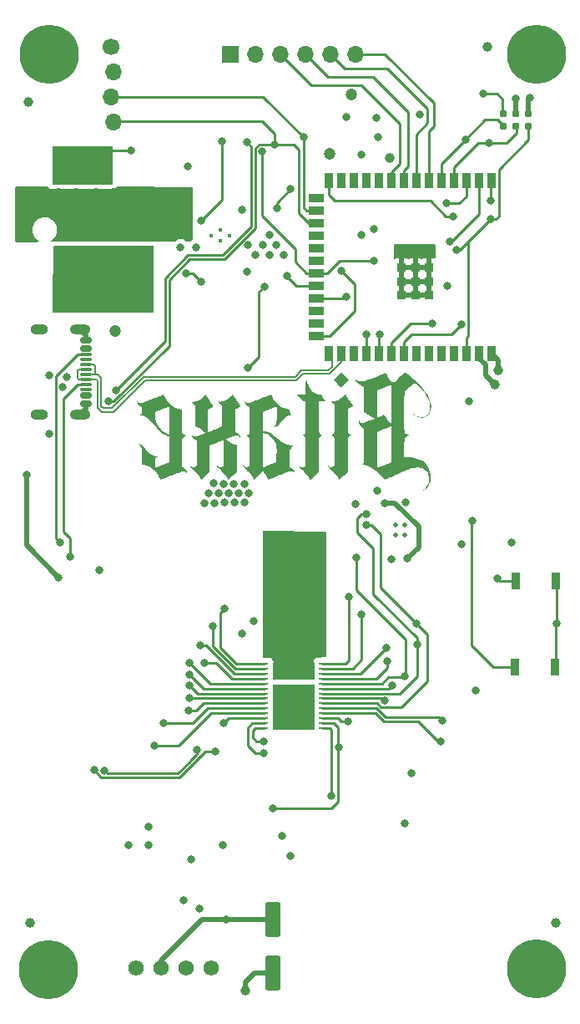
<source format=gbr>
%TF.GenerationSoftware,KiCad,Pcbnew,7.0.10*%
%TF.CreationDate,2024-02-11T10:41:44-05:00*%
%TF.ProjectId,bitaxeUltra,62697461-7865-4556-9c74-72612e6b6963,rev?*%
%TF.SameCoordinates,Original*%
%TF.FileFunction,Copper,L4,Bot*%
%TF.FilePolarity,Positive*%
%FSLAX46Y46*%
G04 Gerber Fmt 4.6, Leading zero omitted, Abs format (unit mm)*
G04 Created by KiCad (PCBNEW 7.0.10) date 2024-02-11 10:41:44*
%MOMM*%
%LPD*%
G01*
G04 APERTURE LIST*
G04 Aperture macros list*
%AMRoundRect*
0 Rectangle with rounded corners*
0 $1 Rounding radius*
0 $2 $3 $4 $5 $6 $7 $8 $9 X,Y pos of 4 corners*
0 Add a 4 corners polygon primitive as box body*
4,1,4,$2,$3,$4,$5,$6,$7,$8,$9,$2,$3,0*
0 Add four circle primitives for the rounded corners*
1,1,$1+$1,$2,$3*
1,1,$1+$1,$4,$5*
1,1,$1+$1,$6,$7*
1,1,$1+$1,$8,$9*
0 Add four rect primitives between the rounded corners*
20,1,$1+$1,$2,$3,$4,$5,0*
20,1,$1+$1,$4,$5,$6,$7,0*
20,1,$1+$1,$6,$7,$8,$9,0*
20,1,$1+$1,$8,$9,$2,$3,0*%
G04 Aperture macros list end*
%TA.AperFunction,ComponentPad*%
%ADD10C,0.800000*%
%TD*%
%TA.AperFunction,ComponentPad*%
%ADD11C,6.000000*%
%TD*%
%TA.AperFunction,ComponentPad*%
%ADD12C,0.500000*%
%TD*%
%TA.AperFunction,ComponentPad*%
%ADD13R,1.700000X1.700000*%
%TD*%
%TA.AperFunction,ComponentPad*%
%ADD14O,1.700000X1.700000*%
%TD*%
%TA.AperFunction,ComponentPad*%
%ADD15C,0.400000*%
%TD*%
%TA.AperFunction,ComponentPad*%
%ADD16C,1.574800*%
%TD*%
%TA.AperFunction,ComponentPad*%
%ADD17C,1.700000*%
%TD*%
%TA.AperFunction,SMDPad,CuDef*%
%ADD18C,1.000000*%
%TD*%
%TA.AperFunction,SMDPad,CuDef*%
%ADD19RoundRect,0.150000X0.425000X-0.150000X0.425000X0.150000X-0.425000X0.150000X-0.425000X-0.150000X0*%
%TD*%
%TA.AperFunction,SMDPad,CuDef*%
%ADD20RoundRect,0.075000X0.500000X-0.075000X0.500000X0.075000X-0.500000X0.075000X-0.500000X-0.075000X0*%
%TD*%
%TA.AperFunction,ComponentPad*%
%ADD21O,1.800000X1.000000*%
%TD*%
%TA.AperFunction,ComponentPad*%
%ADD22O,2.100000X1.000000*%
%TD*%
%TA.AperFunction,SMDPad,CuDef*%
%ADD23R,0.900000X1.500000*%
%TD*%
%TA.AperFunction,SMDPad,CuDef*%
%ADD24R,1.500000X0.900000*%
%TD*%
%TA.AperFunction,SMDPad,CuDef*%
%ADD25R,0.900000X0.900000*%
%TD*%
%TA.AperFunction,ConnectorPad*%
%ADD26C,0.787400*%
%TD*%
%TA.AperFunction,SMDPad,CuDef*%
%ADD27R,0.792000X0.221000*%
%TD*%
%TA.AperFunction,SMDPad,CuDef*%
%ADD28R,4.277000X1.810000*%
%TD*%
%TA.AperFunction,SMDPad,CuDef*%
%ADD29R,4.277000X4.530000*%
%TD*%
%TA.AperFunction,SMDPad,CuDef*%
%ADD30RoundRect,0.250000X-0.550000X1.500000X-0.550000X-1.500000X0.550000X-1.500000X0.550000X1.500000X0*%
%TD*%
%TA.AperFunction,SMDPad,CuDef*%
%ADD31R,4.400000X3.300000*%
%TD*%
%TA.AperFunction,SMDPad,CuDef*%
%ADD32R,6.200000X3.900000*%
%TD*%
%TA.AperFunction,SMDPad,CuDef*%
%ADD33R,0.900000X1.800000*%
%TD*%
%TA.AperFunction,ViaPad*%
%ADD34C,0.800000*%
%TD*%
%TA.AperFunction,ViaPad*%
%ADD35C,1.200000*%
%TD*%
%TA.AperFunction,ViaPad*%
%ADD36C,1.000000*%
%TD*%
%TA.AperFunction,Conductor*%
%ADD37C,0.508000*%
%TD*%
%TA.AperFunction,Conductor*%
%ADD38C,0.254000*%
%TD*%
%TA.AperFunction,Conductor*%
%ADD39C,0.200000*%
%TD*%
G04 APERTURE END LIST*
%TA.AperFunction,EtchedComponent*%
%TO.C,G\u002A\u002A\u002A*%
G36*
X110835225Y-83669191D02*
G01*
X111225774Y-84059740D01*
X110840646Y-84445290D01*
X110743775Y-84541920D01*
X110649131Y-84635592D01*
X110567917Y-84715197D01*
X110504115Y-84776859D01*
X110461707Y-84816699D01*
X110444677Y-84830841D01*
X110429633Y-84818501D01*
X110388808Y-84780268D01*
X110326321Y-84719953D01*
X110246154Y-84641434D01*
X110152289Y-84548587D01*
X110048708Y-84445290D01*
X109663579Y-84059740D01*
X110054128Y-83669191D01*
X110444677Y-83278642D01*
X110835225Y-83669191D01*
G37*
%TD.AperFunction*%
%TA.AperFunction,EtchedComponent*%
G36*
X106952962Y-84218195D02*
G01*
X107012788Y-84384727D01*
X107130174Y-84656382D01*
X107260097Y-84893409D01*
X107401616Y-85094547D01*
X107553792Y-85258537D01*
X107715685Y-85384116D01*
X107886356Y-85470027D01*
X107916657Y-85479077D01*
X107996489Y-85494470D01*
X108098933Y-85507422D01*
X108211773Y-85516200D01*
X108448024Y-85528872D01*
X108633717Y-85851383D01*
X108687239Y-85945026D01*
X108740061Y-86039000D01*
X108781920Y-86115205D01*
X108809482Y-86167559D01*
X108819410Y-86189981D01*
X108812654Y-86193248D01*
X108772106Y-86198329D01*
X108701063Y-86202393D01*
X108606604Y-86205090D01*
X108495806Y-86206067D01*
X108172203Y-86206067D01*
X108178046Y-87763614D01*
X108179056Y-88029567D01*
X108180108Y-88286071D01*
X108181182Y-88506491D01*
X108182369Y-88693760D01*
X108183761Y-88850811D01*
X108185446Y-88980576D01*
X108187518Y-89085988D01*
X108190065Y-89169980D01*
X108193180Y-89235484D01*
X108196952Y-89285434D01*
X108201474Y-89322762D01*
X108206835Y-89350400D01*
X108213126Y-89371282D01*
X108220439Y-89388341D01*
X108228864Y-89404508D01*
X108261787Y-89457864D01*
X108349332Y-89557893D01*
X108450475Y-89629877D01*
X108508694Y-89659932D01*
X108417585Y-89713326D01*
X108319765Y-89792653D01*
X108242377Y-89900266D01*
X108195128Y-90023485D01*
X108193591Y-90033321D01*
X108189824Y-90086905D01*
X108186397Y-90179408D01*
X108183334Y-90308844D01*
X108180661Y-90473224D01*
X108178401Y-90670562D01*
X108176578Y-90898870D01*
X108175218Y-91156162D01*
X108174344Y-91440449D01*
X108173980Y-91749745D01*
X108173471Y-93386531D01*
X107742630Y-93787538D01*
X107311790Y-94188545D01*
X107277386Y-94097910D01*
X107247290Y-94032073D01*
X107177868Y-93916154D01*
X107082976Y-93783702D01*
X106967059Y-93640128D01*
X106834561Y-93490847D01*
X106689927Y-93341272D01*
X106537600Y-93196816D01*
X106483754Y-93146978D01*
X106402109Y-93067371D01*
X106327474Y-92990122D01*
X106262576Y-92918696D01*
X106210143Y-92856560D01*
X106172904Y-92807181D01*
X106153586Y-92774024D01*
X106154918Y-92760556D01*
X106179628Y-92770243D01*
X106230444Y-92806551D01*
X106299366Y-92857410D01*
X106369454Y-92896819D01*
X106436950Y-92916253D01*
X106516137Y-92921454D01*
X106532152Y-92921097D01*
X106642284Y-92901731D01*
X106745371Y-92857661D01*
X106824867Y-92795630D01*
X106826684Y-92793536D01*
X106833773Y-92782700D01*
X106839814Y-92766544D01*
X106844873Y-92742039D01*
X106849018Y-92706155D01*
X106852314Y-92655863D01*
X106854829Y-92588133D01*
X106856628Y-92499937D01*
X106857778Y-92388244D01*
X106858346Y-92250025D01*
X106858398Y-92082251D01*
X106858000Y-91881892D01*
X106857219Y-91645920D01*
X106856122Y-91371304D01*
X106850337Y-89987937D01*
X106790861Y-89886750D01*
X106733692Y-89809469D01*
X106627929Y-89721251D01*
X106524473Y-89656939D01*
X106595168Y-89620671D01*
X106660367Y-89577358D01*
X106737556Y-89503287D01*
X106800898Y-89418954D01*
X106838416Y-89338263D01*
X106840403Y-89327806D01*
X106845101Y-89272011D01*
X106849184Y-89174805D01*
X106852651Y-89036374D01*
X106855498Y-88856905D01*
X106857723Y-88636583D01*
X106859323Y-88375593D01*
X106860296Y-88074124D01*
X106860639Y-87732359D01*
X106860755Y-86206067D01*
X106708307Y-86206067D01*
X106555859Y-86206067D01*
X106282673Y-85867470D01*
X106009487Y-85528872D01*
X106435121Y-85523240D01*
X106860755Y-85517608D01*
X106861024Y-84731444D01*
X106861292Y-83945279D01*
X106952962Y-84218195D01*
G37*
%TD.AperFunction*%
%TA.AperFunction,EtchedComponent*%
G36*
X110875684Y-85508401D02*
G01*
X110901173Y-85546235D01*
X110945271Y-85612062D01*
X111005209Y-85701741D01*
X111078222Y-85811131D01*
X111161542Y-85936090D01*
X111252402Y-86072478D01*
X111628268Y-86636921D01*
X111578013Y-86701135D01*
X111533263Y-86747758D01*
X111443903Y-86815237D01*
X111334780Y-86877924D01*
X111218190Y-86928062D01*
X111111453Y-86965971D01*
X111111453Y-88107771D01*
X111111446Y-88275760D01*
X111111559Y-88507622D01*
X111112114Y-88703489D01*
X111113445Y-88866832D01*
X111115885Y-89001120D01*
X111119767Y-89109823D01*
X111125425Y-89196412D01*
X111133192Y-89264355D01*
X111143400Y-89317123D01*
X111156384Y-89358185D01*
X111172477Y-89391011D01*
X111192011Y-89419071D01*
X111215321Y-89445835D01*
X111242739Y-89474772D01*
X111256864Y-89488805D01*
X111322178Y-89541654D01*
X111387734Y-89580913D01*
X111466066Y-89616790D01*
X111381498Y-89654924D01*
X111375494Y-89657712D01*
X111281872Y-89720387D01*
X111198671Y-89808646D01*
X111140101Y-89907615D01*
X111138050Y-89913353D01*
X111132956Y-89936914D01*
X111128511Y-89974168D01*
X111124674Y-90027659D01*
X111121401Y-90099929D01*
X111118649Y-90193524D01*
X111116374Y-90310985D01*
X111114534Y-90454858D01*
X111113085Y-90627686D01*
X111111983Y-90832012D01*
X111111187Y-91070380D01*
X111110652Y-91345334D01*
X111110335Y-91659417D01*
X111109217Y-93342654D01*
X110688391Y-93742728D01*
X110674494Y-93755934D01*
X110565705Y-93858938D01*
X110467267Y-93951493D01*
X110383136Y-94029930D01*
X110317265Y-94090579D01*
X110273609Y-94129771D01*
X110256123Y-94143836D01*
X110253726Y-94142893D01*
X110237968Y-94118544D01*
X110218096Y-94071351D01*
X110201334Y-94030446D01*
X110153397Y-93941437D01*
X110083781Y-93838666D01*
X109990413Y-93719559D01*
X109871219Y-93581541D01*
X109724123Y-93422036D01*
X109547051Y-93238470D01*
X109543132Y-93234475D01*
X109396872Y-93084228D01*
X109277197Y-92958886D01*
X109184596Y-92859026D01*
X109119552Y-92785223D01*
X109082554Y-92738053D01*
X109074086Y-92718092D01*
X109094636Y-92725916D01*
X109144690Y-92762100D01*
X109161332Y-92775007D01*
X109222126Y-92820072D01*
X109267670Y-92847117D01*
X109311821Y-92863145D01*
X109368432Y-92875156D01*
X109424247Y-92880245D01*
X109532354Y-92868158D01*
X109635541Y-92832791D01*
X109716601Y-92778902D01*
X109777901Y-92720173D01*
X109777784Y-91364474D01*
X109777450Y-91061641D01*
X109776407Y-90777058D01*
X109774652Y-90533703D01*
X109772182Y-90331350D01*
X109768993Y-90169770D01*
X109765081Y-90048738D01*
X109760444Y-89968026D01*
X109755076Y-89927406D01*
X109729641Y-89873164D01*
X109684106Y-89807892D01*
X109627056Y-89741021D01*
X109567001Y-89681715D01*
X109512452Y-89639140D01*
X109471918Y-89622460D01*
X109461738Y-89621456D01*
X109460241Y-89611288D01*
X109496605Y-89588775D01*
X109590651Y-89524440D01*
X109677420Y-89436473D01*
X109738314Y-89341998D01*
X109739156Y-89340168D01*
X109746794Y-89321373D01*
X109753334Y-89298885D01*
X109758862Y-89269539D01*
X109763465Y-89230169D01*
X109767229Y-89177612D01*
X109770239Y-89108701D01*
X109772582Y-89020272D01*
X109774344Y-88909160D01*
X109775610Y-88772200D01*
X109776467Y-88606226D01*
X109777001Y-88408073D01*
X109777298Y-88174578D01*
X109777443Y-87902574D01*
X109777901Y-86546497D01*
X109723429Y-86517344D01*
X109717003Y-86513566D01*
X109670874Y-86477206D01*
X109611948Y-86421367D01*
X109551012Y-86357292D01*
X109498855Y-86296221D01*
X109466268Y-86249396D01*
X109462396Y-86239552D01*
X109467939Y-86227474D01*
X109494743Y-86220368D01*
X109549610Y-86216913D01*
X109639339Y-86215787D01*
X109644743Y-86215764D01*
X109745420Y-86213103D01*
X109821565Y-86204306D01*
X109889472Y-86186406D01*
X109965431Y-86156439D01*
X110083913Y-86098122D01*
X110261573Y-85989272D01*
X110451696Y-85850389D01*
X110649303Y-85684906D01*
X110675153Y-85662002D01*
X110750198Y-85596617D01*
X110811604Y-85544759D01*
X110853607Y-85511228D01*
X110870442Y-85500822D01*
X110875684Y-85508401D01*
G37*
%TD.AperFunction*%
%TA.AperFunction,EtchedComponent*%
G36*
X94321726Y-88203688D02*
G01*
X94327450Y-89345307D01*
X94390708Y-89447836D01*
X94449755Y-89524977D01*
X94562645Y-89615543D01*
X94671323Y-89680721D01*
X94606011Y-89707774D01*
X94543402Y-89739855D01*
X94442182Y-89826730D01*
X94366349Y-89945412D01*
X94317438Y-90050447D01*
X94317235Y-91492995D01*
X94317031Y-92935544D01*
X94374332Y-92949316D01*
X94504813Y-92999651D01*
X94623731Y-93085425D01*
X94720321Y-93199404D01*
X94789662Y-93335721D01*
X94826830Y-93488511D01*
X94839564Y-93592695D01*
X94798954Y-93519767D01*
X94767864Y-93468659D01*
X94696223Y-93385706D01*
X94612548Y-93336540D01*
X94509179Y-93315767D01*
X94396328Y-93317778D01*
X94279739Y-93339423D01*
X94277012Y-93340249D01*
X94230067Y-93356189D01*
X94151537Y-93384567D01*
X94045832Y-93423686D01*
X93917364Y-93471846D01*
X93770541Y-93527347D01*
X93609773Y-93588491D01*
X93439472Y-93653579D01*
X93264047Y-93720910D01*
X93087908Y-93788787D01*
X92915465Y-93855510D01*
X92751128Y-93919380D01*
X92599308Y-93978697D01*
X92464414Y-94031763D01*
X92350857Y-94076879D01*
X92263046Y-94112345D01*
X92205393Y-94136462D01*
X92182306Y-94147531D01*
X92156950Y-94162429D01*
X92123410Y-94161789D01*
X92108335Y-94137849D01*
X92107708Y-94130648D01*
X92092011Y-94080784D01*
X92058316Y-94005401D01*
X92010789Y-93911903D01*
X91953592Y-93807696D01*
X91890888Y-93700184D01*
X91826843Y-93596772D01*
X91765618Y-93504865D01*
X91711378Y-93431868D01*
X91633746Y-93341345D01*
X91428675Y-93144290D01*
X91199837Y-92976294D01*
X90952588Y-92840495D01*
X90692285Y-92740029D01*
X90424283Y-92678034D01*
X90264283Y-92653320D01*
X90251592Y-91883221D01*
X90250405Y-91812732D01*
X90246370Y-91603183D01*
X90241813Y-91429431D01*
X90236204Y-91286956D01*
X90229012Y-91171235D01*
X90219709Y-91077750D01*
X90207764Y-91001978D01*
X90192648Y-90939400D01*
X90173831Y-90885494D01*
X90150784Y-90835740D01*
X90122975Y-90785617D01*
X90120847Y-90782042D01*
X90055158Y-90699440D01*
X89968535Y-90624924D01*
X89878803Y-90573944D01*
X89873811Y-90570360D01*
X89893019Y-90568784D01*
X89941313Y-90573315D01*
X90042375Y-90597494D01*
X90160102Y-90644707D01*
X90275032Y-90706919D01*
X90371015Y-90776491D01*
X90398820Y-90803695D01*
X90454315Y-90864996D01*
X90523987Y-90947126D01*
X90601656Y-91042752D01*
X90681141Y-91144537D01*
X90734840Y-91213508D01*
X90818912Y-91317242D01*
X90899591Y-91412229D01*
X90969785Y-91490190D01*
X91022398Y-91542845D01*
X91062638Y-91577211D01*
X91215232Y-91682141D01*
X91381116Y-91762486D01*
X91549910Y-91813887D01*
X91711234Y-91831990D01*
X91805458Y-91831990D01*
X91727919Y-91884679D01*
X91726511Y-91885637D01*
X91680191Y-91919536D01*
X91644507Y-91954123D01*
X91617967Y-91995254D01*
X91599082Y-92048782D01*
X91586361Y-92120563D01*
X91578314Y-92216452D01*
X91573451Y-92342305D01*
X91570280Y-92503975D01*
X91570271Y-92504579D01*
X91568454Y-92654882D01*
X91568425Y-92767967D01*
X91570389Y-92848244D01*
X91574549Y-92900125D01*
X91581111Y-92928019D01*
X91590277Y-92936337D01*
X91591076Y-92936279D01*
X91620124Y-92927830D01*
X91682001Y-92906515D01*
X91771195Y-92874430D01*
X91882191Y-92833666D01*
X92009476Y-92786318D01*
X92147538Y-92734478D01*
X92290864Y-92680241D01*
X92433940Y-92625699D01*
X92571254Y-92572945D01*
X92697292Y-92524073D01*
X92806541Y-92481175D01*
X92893488Y-92446347D01*
X92952621Y-92421679D01*
X92978425Y-92409267D01*
X92980554Y-92406582D01*
X92985763Y-92388149D01*
X92990120Y-92351420D01*
X92993668Y-92293796D01*
X92996447Y-92212681D01*
X92998497Y-92105477D01*
X92999861Y-91969587D01*
X93000578Y-91802416D01*
X93000690Y-91601364D01*
X93000238Y-91363836D01*
X92999262Y-91087234D01*
X92993897Y-89785247D01*
X92845552Y-89747576D01*
X92795197Y-89733623D01*
X92584188Y-89650458D01*
X92373511Y-89528486D01*
X92166508Y-89369879D01*
X91966522Y-89176806D01*
X91954304Y-89163562D01*
X91894802Y-89097043D01*
X91816697Y-89007551D01*
X91726200Y-88902295D01*
X91629520Y-88788485D01*
X91532865Y-88673329D01*
X91411974Y-88529984D01*
X91249584Y-88344170D01*
X91104594Y-88187826D01*
X90973619Y-88057822D01*
X90853274Y-87951029D01*
X90740175Y-87864315D01*
X90630938Y-87794552D01*
X90522177Y-87738608D01*
X90514875Y-87735308D01*
X90404294Y-87692014D01*
X90286919Y-87656257D01*
X90177336Y-87631939D01*
X90090130Y-87622966D01*
X90018498Y-87622966D01*
X90056588Y-87597653D01*
X91567307Y-87597653D01*
X91567708Y-87650108D01*
X91576720Y-87862890D01*
X91599702Y-88047668D01*
X91639589Y-88214539D01*
X91699311Y-88373600D01*
X91781803Y-88534948D01*
X91889995Y-88708680D01*
X91917006Y-88748242D01*
X92050892Y-88921724D01*
X92203075Y-89088150D01*
X92366516Y-89241311D01*
X92534179Y-89374999D01*
X92699026Y-89483007D01*
X92854021Y-89559125D01*
X92900901Y-89576869D01*
X92955065Y-89595307D01*
X92984250Y-89602457D01*
X92987222Y-89592193D01*
X92991070Y-89543051D01*
X92994468Y-89454586D01*
X92997396Y-89328175D01*
X92999836Y-89165195D01*
X93001767Y-88967024D01*
X93003170Y-88735040D01*
X93004026Y-88470619D01*
X93004316Y-88175140D01*
X93004259Y-88026074D01*
X93003937Y-87793751D01*
X93003352Y-87576138D01*
X93002527Y-87376604D01*
X93001489Y-87198520D01*
X93000260Y-87045257D01*
X92998866Y-86920185D01*
X92997331Y-86826675D01*
X92995680Y-86768097D01*
X92993937Y-86747822D01*
X92991503Y-86748422D01*
X92959821Y-86759684D01*
X92896275Y-86783599D01*
X92806237Y-86818064D01*
X92695077Y-86860979D01*
X92568166Y-86910239D01*
X92430874Y-86963742D01*
X92288571Y-87019386D01*
X92146628Y-87075069D01*
X92010417Y-87128688D01*
X91885306Y-87178140D01*
X91776668Y-87221323D01*
X91689872Y-87256135D01*
X91630289Y-87280473D01*
X91603290Y-87292234D01*
X91594124Y-87298428D01*
X91582050Y-87315882D01*
X91574136Y-87347708D01*
X91569576Y-87400731D01*
X91567568Y-87481772D01*
X91567307Y-87597653D01*
X90056588Y-87597653D01*
X90089298Y-87575915D01*
X90109228Y-87560563D01*
X90163325Y-87502836D01*
X90206982Y-87436061D01*
X90217845Y-87413574D01*
X90233814Y-87371933D01*
X90244274Y-87324765D01*
X90250353Y-87263036D01*
X90253174Y-87177714D01*
X90253865Y-87059764D01*
X90253865Y-86776270D01*
X90143230Y-86741395D01*
X90058403Y-86706242D01*
X89939051Y-86622638D01*
X89843108Y-86510508D01*
X89775444Y-86376095D01*
X89740927Y-86225641D01*
X89729100Y-86112301D01*
X89775716Y-86202561D01*
X89838802Y-86289077D01*
X89932429Y-86361967D01*
X90039340Y-86403558D01*
X90070304Y-86406574D01*
X90146405Y-86401553D01*
X90233759Y-86384628D01*
X90243350Y-86381914D01*
X90296052Y-86364473D01*
X90379854Y-86334744D01*
X90490374Y-86294407D01*
X90623228Y-86245146D01*
X90774034Y-86188642D01*
X90938409Y-86126576D01*
X91111969Y-86060630D01*
X91290333Y-85992487D01*
X91469118Y-85923827D01*
X91643940Y-85856333D01*
X91810416Y-85791686D01*
X91964165Y-85731569D01*
X92100803Y-85677662D01*
X92215947Y-85631648D01*
X92305215Y-85595208D01*
X92364223Y-85570025D01*
X92388590Y-85557779D01*
X92414471Y-85541528D01*
X92448806Y-85549415D01*
X92472066Y-85595165D01*
X92475889Y-85607757D01*
X92497208Y-85662159D01*
X92530356Y-85736720D01*
X92569968Y-85819160D01*
X92595756Y-85869606D01*
X92758633Y-86140535D01*
X92945653Y-86377530D01*
X93156687Y-86580498D01*
X93391607Y-86749341D01*
X93650281Y-86883965D01*
X93932582Y-86984274D01*
X94238379Y-87050172D01*
X94316002Y-87062069D01*
X94321583Y-88175140D01*
X94321726Y-88203688D01*
G37*
%TD.AperFunction*%
%TA.AperFunction,EtchedComponent*%
G36*
X105245907Y-92057041D02*
G01*
X105245907Y-92917613D01*
X105370928Y-92967812D01*
X105430008Y-92995089D01*
X105554364Y-93083226D01*
X105649593Y-93200838D01*
X105714408Y-93346505D01*
X105734620Y-93417897D01*
X105750000Y-93484787D01*
X105755573Y-93527171D01*
X105753328Y-93550543D01*
X105743744Y-93547509D01*
X105721785Y-93509348D01*
X105693905Y-93462287D01*
X105611304Y-93368746D01*
X105512841Y-93310573D01*
X105402588Y-93290562D01*
X105354520Y-93295517D01*
X105280084Y-93309868D01*
X105198761Y-93330325D01*
X105196858Y-93330871D01*
X105147588Y-93346997D01*
X105066904Y-93375570D01*
X104959208Y-93414896D01*
X104828901Y-93463281D01*
X104680384Y-93519031D01*
X104518060Y-93580452D01*
X104346329Y-93645850D01*
X104169594Y-93713530D01*
X103992255Y-93781799D01*
X103818714Y-93848961D01*
X103653373Y-93913324D01*
X103500633Y-93973193D01*
X103364896Y-94026874D01*
X103250563Y-94072673D01*
X103162036Y-94108895D01*
X103103716Y-94133846D01*
X103080005Y-94145833D01*
X103066191Y-94157840D01*
X103049936Y-94160477D01*
X103033194Y-94141356D01*
X103011533Y-94094620D01*
X102980518Y-94014414D01*
X102957215Y-93956363D01*
X102865871Y-93771175D01*
X102749948Y-93583181D01*
X102617823Y-93406421D01*
X102498437Y-93261820D01*
X102054938Y-93718972D01*
X102010996Y-93764104D01*
X101902447Y-93874102D01*
X101806275Y-93969421D01*
X101725747Y-94046955D01*
X101664126Y-94103597D01*
X101624678Y-94136240D01*
X101610667Y-94141776D01*
X101610188Y-94135996D01*
X101594021Y-94084945D01*
X101558675Y-94011146D01*
X101509185Y-93923607D01*
X101450586Y-93831333D01*
X101387913Y-93743331D01*
X101356524Y-93704912D01*
X101294815Y-93634712D01*
X101213091Y-93545222D01*
X101116602Y-93442104D01*
X101010600Y-93331021D01*
X100900335Y-93217634D01*
X100861484Y-93178017D01*
X100728732Y-93041405D01*
X100625077Y-92932341D01*
X100549720Y-92849813D01*
X100501860Y-92792811D01*
X100480696Y-92760325D01*
X100485428Y-92751343D01*
X100515255Y-92764856D01*
X100569376Y-92799853D01*
X100621986Y-92833797D01*
X100684304Y-92868648D01*
X100728345Y-92887115D01*
X100754000Y-92891983D01*
X100854280Y-92890795D01*
X100963060Y-92865032D01*
X101063798Y-92818099D01*
X101161904Y-92757447D01*
X101167267Y-91417164D01*
X101167527Y-91347696D01*
X101167849Y-91206887D01*
X102485038Y-91206887D01*
X102485101Y-91363235D01*
X102485493Y-91620762D01*
X102486217Y-91864144D01*
X102487246Y-92090323D01*
X102488553Y-92296239D01*
X102490109Y-92478834D01*
X102491887Y-92635049D01*
X102493859Y-92761825D01*
X102495998Y-92856105D01*
X102498276Y-92914828D01*
X102500665Y-92934936D01*
X102519082Y-92928771D01*
X102572479Y-92909080D01*
X102656175Y-92877532D01*
X102765668Y-92835843D01*
X102896456Y-92785727D01*
X103044036Y-92728899D01*
X103203906Y-92667074D01*
X103891518Y-92400612D01*
X103896970Y-91570235D01*
X103898110Y-91398476D01*
X103899062Y-91211383D01*
X103898896Y-91057340D01*
X103897027Y-90931497D01*
X103892866Y-90829007D01*
X103885829Y-90745021D01*
X103875328Y-90674692D01*
X103860777Y-90613171D01*
X103841589Y-90555610D01*
X103817178Y-90497162D01*
X103786957Y-90432977D01*
X103750340Y-90358209D01*
X103710480Y-90281669D01*
X103588173Y-90089899D01*
X103445758Y-89917878D01*
X103287874Y-89769139D01*
X103119161Y-89647217D01*
X102944256Y-89555645D01*
X102767800Y-89497956D01*
X102594431Y-89477684D01*
X102485038Y-89477437D01*
X102485038Y-91206887D01*
X101167849Y-91206887D01*
X101168186Y-91059654D01*
X101168058Y-90802734D01*
X101167160Y-90578444D01*
X101165509Y-90388289D01*
X101163121Y-90233776D01*
X101160012Y-90116412D01*
X101156200Y-90037703D01*
X101151701Y-89999156D01*
X101146978Y-89983090D01*
X101093056Y-89872002D01*
X101011135Y-89775451D01*
X100912147Y-89706778D01*
X100814920Y-89659712D01*
X100895809Y-89623496D01*
X100952938Y-89589809D01*
X101035424Y-89515822D01*
X101104781Y-89425817D01*
X101148140Y-89334529D01*
X101150874Y-89322142D01*
X101156156Y-89274719D01*
X101160633Y-89197578D01*
X101164335Y-89089011D01*
X101167294Y-88947312D01*
X101169541Y-88770773D01*
X101171107Y-88557687D01*
X101172024Y-88306346D01*
X101172322Y-88015043D01*
X101172322Y-86776270D01*
X101061688Y-86741395D01*
X100976861Y-86706242D01*
X100857509Y-86622638D01*
X100761566Y-86510508D01*
X100693901Y-86376095D01*
X100659385Y-86225641D01*
X100647558Y-86112301D01*
X100694174Y-86202561D01*
X100757393Y-86289208D01*
X100850913Y-86361994D01*
X100957591Y-86403513D01*
X100983192Y-86406375D01*
X101061203Y-86401151D01*
X101155540Y-86381207D01*
X101170133Y-86376746D01*
X101228147Y-86356820D01*
X101318109Y-86324409D01*
X101435294Y-86281315D01*
X101574974Y-86229342D01*
X101732423Y-86170292D01*
X101902914Y-86105966D01*
X102081721Y-86038168D01*
X102264115Y-85968700D01*
X102445372Y-85899364D01*
X102620763Y-85831963D01*
X102785563Y-85768298D01*
X102935043Y-85710173D01*
X103064479Y-85659390D01*
X103169142Y-85617751D01*
X103244306Y-85587059D01*
X103285245Y-85569115D01*
X103316302Y-85554335D01*
X103356014Y-85542142D01*
X103376900Y-85554798D01*
X103390524Y-85595165D01*
X103408235Y-85646507D01*
X103445078Y-85729953D01*
X103494694Y-85830182D01*
X103551983Y-85937350D01*
X103611849Y-86041616D01*
X103669192Y-86133138D01*
X103677407Y-86145375D01*
X103819863Y-86327650D01*
X103991568Y-86501823D01*
X104182778Y-86659787D01*
X104383750Y-86793439D01*
X104584739Y-86894673D01*
X104686352Y-86932559D01*
X104838590Y-86979085D01*
X105001368Y-87019755D01*
X105157351Y-87049874D01*
X105235489Y-87062262D01*
X105235832Y-87212384D01*
X105238365Y-87275518D01*
X105263321Y-87400449D01*
X105316628Y-87498900D01*
X105400372Y-87575467D01*
X105470856Y-87622966D01*
X105389637Y-87623274D01*
X105342452Y-87626378D01*
X105260955Y-87637788D01*
X105176626Y-87654651D01*
X105168801Y-87656518D01*
X105045374Y-87693013D01*
X104931246Y-87742438D01*
X104821443Y-87808680D01*
X104710993Y-87895628D01*
X104594922Y-88007171D01*
X104468254Y-88147195D01*
X104326018Y-88319590D01*
X104282507Y-88373427D01*
X104152540Y-88524765D01*
X104035793Y-88643604D01*
X103927727Y-88733388D01*
X103823802Y-88797564D01*
X103719480Y-88839575D01*
X103610222Y-88862866D01*
X103516457Y-88875353D01*
X103578967Y-88840531D01*
X103614314Y-88819059D01*
X103722445Y-88727057D01*
X103801212Y-88615712D01*
X103817538Y-88582297D01*
X103839986Y-88527551D01*
X103858492Y-88466967D01*
X103873521Y-88396066D01*
X103885538Y-88310368D01*
X103895008Y-88205395D01*
X103902396Y-88076666D01*
X103908168Y-87919703D01*
X103912789Y-87730026D01*
X103916722Y-87503155D01*
X103918938Y-87331049D01*
X103920220Y-87172141D01*
X103920579Y-87031738D01*
X103920037Y-86914473D01*
X103918615Y-86824977D01*
X103916334Y-86767883D01*
X103913217Y-86747822D01*
X103911509Y-86748169D01*
X103881561Y-86758513D01*
X103819409Y-86781673D01*
X103730439Y-86815544D01*
X103620033Y-86858017D01*
X103493574Y-86906988D01*
X103356446Y-86960350D01*
X103214031Y-87015995D01*
X103071713Y-87071817D01*
X102934875Y-87125710D01*
X102808900Y-87175568D01*
X102699172Y-87219283D01*
X102611073Y-87254749D01*
X102549987Y-87279860D01*
X102521297Y-87292509D01*
X102520880Y-87292735D01*
X102512403Y-87299608D01*
X102505397Y-87312441D01*
X102499752Y-87334805D01*
X102495353Y-87370271D01*
X102492090Y-87422410D01*
X102489848Y-87494794D01*
X102488517Y-87590994D01*
X102487983Y-87714581D01*
X102488134Y-87869126D01*
X102488858Y-88058200D01*
X102490041Y-88285376D01*
X102495456Y-89258651D01*
X102682987Y-89271588D01*
X102787792Y-89282177D01*
X102905062Y-89304056D01*
X103019997Y-89338459D01*
X103137092Y-89387853D01*
X103260844Y-89454704D01*
X103395750Y-89541480D01*
X103546306Y-89650647D01*
X103717009Y-89784672D01*
X103912355Y-89946021D01*
X104063378Y-90070861D01*
X104258942Y-90224002D01*
X104436714Y-90350755D01*
X104602421Y-90453993D01*
X104761789Y-90536591D01*
X104920541Y-90601423D01*
X105084404Y-90651362D01*
X105259103Y-90689283D01*
X105450363Y-90718060D01*
X105550635Y-90730584D01*
X105464210Y-90824345D01*
X105416622Y-90883718D01*
X105359239Y-90970458D01*
X105311846Y-91057287D01*
X105245907Y-91196469D01*
X105245907Y-91211383D01*
X105245907Y-92057041D01*
G37*
%TD.AperFunction*%
%TA.AperFunction,EtchedComponent*%
G36*
X96706501Y-85545981D02*
G01*
X96733746Y-85582419D01*
X96779421Y-85646962D01*
X96840714Y-85735534D01*
X96914811Y-85844058D01*
X96998900Y-85968457D01*
X97090168Y-86104653D01*
X97097526Y-86115680D01*
X97199815Y-86269346D01*
X97281048Y-86392518D01*
X97343387Y-86488969D01*
X97388996Y-86562474D01*
X97420041Y-86616805D01*
X97438685Y-86655736D01*
X97447092Y-86683040D01*
X97447426Y-86702490D01*
X97441852Y-86717861D01*
X97403760Y-86765286D01*
X97336242Y-86823661D01*
X97250643Y-86883879D01*
X97157364Y-86938652D01*
X97066802Y-86980692D01*
X96942462Y-87028906D01*
X96942462Y-88190661D01*
X96942504Y-88337706D01*
X96942711Y-88545010D01*
X96943077Y-88736786D01*
X96943586Y-88909299D01*
X96944219Y-89058812D01*
X96944961Y-89181593D01*
X96945795Y-89273905D01*
X96946704Y-89332013D01*
X96947671Y-89352183D01*
X96947698Y-89352180D01*
X96968225Y-89344530D01*
X97023120Y-89323347D01*
X97108047Y-89290323D01*
X97218668Y-89247151D01*
X97350647Y-89195523D01*
X97499647Y-89137132D01*
X97661330Y-89073671D01*
X98369779Y-88795393D01*
X98362012Y-87708027D01*
X98354244Y-86620662D01*
X98177209Y-86443627D01*
X98175209Y-86441626D01*
X98107799Y-86372952D01*
X98053813Y-86315646D01*
X98018693Y-86275644D01*
X98007881Y-86258886D01*
X98016822Y-86257395D01*
X98057030Y-86260608D01*
X98116841Y-86270096D01*
X98188347Y-86277931D01*
X98338102Y-86265427D01*
X98503088Y-86218008D01*
X98680623Y-86136997D01*
X98868029Y-86023716D01*
X99062626Y-85879484D01*
X99261732Y-85705624D01*
X99334897Y-85639603D01*
X99396864Y-85588785D01*
X99441359Y-85558013D01*
X99462319Y-85551933D01*
X99463756Y-85553759D01*
X99483075Y-85581451D01*
X99521185Y-85637535D01*
X99574657Y-85716869D01*
X99640060Y-85814309D01*
X99713966Y-85924713D01*
X99792943Y-86042938D01*
X99873563Y-86163841D01*
X99952394Y-86282279D01*
X100026007Y-86393110D01*
X100090971Y-86491190D01*
X100143858Y-86571378D01*
X100181237Y-86628529D01*
X100199677Y-86657502D01*
X100202687Y-86677535D01*
X100181029Y-86721509D01*
X100132175Y-86775372D01*
X100062480Y-86833989D01*
X99978298Y-86892226D01*
X99885982Y-86944948D01*
X99791888Y-86987021D01*
X99692913Y-87024362D01*
X99692913Y-88177971D01*
X99692913Y-88202922D01*
X99692989Y-88447975D01*
X99693264Y-88654867D01*
X99693841Y-88826811D01*
X99694822Y-88967021D01*
X99696308Y-89078709D01*
X99698400Y-89165087D01*
X99701201Y-89229369D01*
X99704811Y-89274768D01*
X99709332Y-89304496D01*
X99714866Y-89321766D01*
X99721514Y-89329790D01*
X99729377Y-89331783D01*
X99758104Y-89335512D01*
X99830765Y-89361581D01*
X99912972Y-89406164D01*
X99991721Y-89461696D01*
X100054008Y-89520613D01*
X100062167Y-89530468D01*
X100125193Y-89629410D01*
X100172661Y-89744429D01*
X100175591Y-89753963D01*
X100202672Y-89850092D01*
X100213384Y-89908414D01*
X100207608Y-89929456D01*
X100185224Y-89913747D01*
X100146112Y-89861816D01*
X100099776Y-89801503D01*
X100017517Y-89730768D01*
X99923233Y-89694737D01*
X99811097Y-89691652D01*
X99675283Y-89719754D01*
X99658101Y-89724970D01*
X99592826Y-89746835D01*
X99504354Y-89778285D01*
X99399613Y-89816671D01*
X99285531Y-89859345D01*
X99169038Y-89903657D01*
X99057061Y-89946958D01*
X98956530Y-89986601D01*
X98874373Y-90019936D01*
X98817519Y-90044314D01*
X98792896Y-90057087D01*
X98794223Y-90064982D01*
X98820552Y-90093977D01*
X98871986Y-90138478D01*
X98942306Y-90193903D01*
X99025294Y-90255672D01*
X99114729Y-90319201D01*
X99204392Y-90379909D01*
X99288064Y-90433214D01*
X99359525Y-90474534D01*
X99365144Y-90477509D01*
X99462868Y-90523448D01*
X99569044Y-90565033D01*
X99661658Y-90593591D01*
X99666067Y-90594667D01*
X99741312Y-90613106D01*
X99801360Y-90627954D01*
X99833561Y-90636083D01*
X99836707Y-90639436D01*
X99841704Y-90658717D01*
X99845973Y-90697180D01*
X99849559Y-90757325D01*
X99852512Y-90841650D01*
X99854880Y-90952654D01*
X99856709Y-91092836D01*
X99858049Y-91264694D01*
X99858946Y-91470729D01*
X99859450Y-91713438D01*
X99859607Y-91995320D01*
X99859607Y-93347654D01*
X99427244Y-93755422D01*
X99404238Y-93777116D01*
X99294849Y-93880180D01*
X99196559Y-93972643D01*
X99113209Y-94050904D01*
X99048639Y-94111360D01*
X99006690Y-94150408D01*
X98991200Y-94164448D01*
X98983944Y-94152795D01*
X98963748Y-94112367D01*
X98935831Y-94052805D01*
X98927664Y-94035265D01*
X98883562Y-93950046D01*
X98830779Y-93864455D01*
X98765619Y-93773887D01*
X98684386Y-93673735D01*
X98583382Y-93559395D01*
X98458911Y-93426260D01*
X98307276Y-93269726D01*
X98305399Y-93267810D01*
X98157582Y-93115980D01*
X98038670Y-92991444D01*
X97947409Y-92892768D01*
X97882544Y-92818517D01*
X97842823Y-92767257D01*
X97826990Y-92737553D01*
X97833794Y-92727970D01*
X97857596Y-92740102D01*
X97892514Y-92772586D01*
X97916248Y-92795183D01*
X97994394Y-92844432D01*
X98087213Y-92880163D01*
X98175683Y-92894206D01*
X98247284Y-92888511D01*
X98343301Y-92858010D01*
X98447917Y-92796900D01*
X98526055Y-92743139D01*
X98526055Y-91452690D01*
X98526019Y-91221891D01*
X98525836Y-90991437D01*
X98525421Y-90797043D01*
X98524687Y-90635699D01*
X98523549Y-90504396D01*
X98521921Y-90400123D01*
X98519717Y-90319872D01*
X98516852Y-90260631D01*
X98513238Y-90219392D01*
X98508791Y-90193146D01*
X98503425Y-90178881D01*
X98497053Y-90173589D01*
X98489591Y-90174259D01*
X98471920Y-90180672D01*
X98417968Y-90200893D01*
X98333520Y-90232837D01*
X98223354Y-90274688D01*
X98092251Y-90324627D01*
X97944990Y-90380840D01*
X97786350Y-90441511D01*
X97119574Y-90696744D01*
X97109156Y-92030574D01*
X97098737Y-93364404D01*
X96673016Y-93762351D01*
X96247294Y-94160299D01*
X96170263Y-94006964D01*
X96142674Y-93954637D01*
X96093816Y-93872976D01*
X96034864Y-93787659D01*
X95962404Y-93694573D01*
X95873024Y-93589607D01*
X95763314Y-93468650D01*
X95629859Y-93327592D01*
X95469249Y-93162319D01*
X95374914Y-93065374D01*
X95281923Y-92968131D01*
X95202872Y-92883678D01*
X95141624Y-92816203D01*
X95102043Y-92769895D01*
X95087991Y-92748941D01*
X95090868Y-92744264D01*
X95115019Y-92752041D01*
X95155710Y-92781367D01*
X95165367Y-92789255D01*
X95229267Y-92833723D01*
X95290480Y-92866566D01*
X95316736Y-92876166D01*
X95430229Y-92892950D01*
X95549155Y-92878166D01*
X95660118Y-92834757D01*
X95749721Y-92765667D01*
X95796766Y-92714519D01*
X95791394Y-91446728D01*
X95786022Y-90178937D01*
X95692257Y-90148066D01*
X95630330Y-90124001D01*
X95501543Y-90046464D01*
X95397330Y-89943431D01*
X95323210Y-89821157D01*
X95284699Y-89685901D01*
X95281411Y-89662346D01*
X95271258Y-89596642D01*
X95262743Y-89550365D01*
X95263870Y-89541935D01*
X95278975Y-89560050D01*
X95305553Y-89605670D01*
X95324570Y-89638094D01*
X95370170Y-89701605D01*
X95413066Y-89746248D01*
X95430694Y-89758928D01*
X95514043Y-89799520D01*
X95605620Y-89821644D01*
X95686267Y-89820117D01*
X95709181Y-89813143D01*
X95766534Y-89793254D01*
X95849794Y-89763222D01*
X95952460Y-89725498D01*
X96068028Y-89682535D01*
X96189997Y-89636783D01*
X96311864Y-89590693D01*
X96427125Y-89546717D01*
X96529280Y-89507305D01*
X96611824Y-89474909D01*
X96668255Y-89451981D01*
X96692072Y-89440971D01*
X96687231Y-89429777D01*
X96658014Y-89398671D01*
X96610349Y-89356238D01*
X96489318Y-89256395D01*
X96336170Y-89135564D01*
X96203754Y-89039220D01*
X96087095Y-88964239D01*
X95981218Y-88907500D01*
X95881149Y-88865880D01*
X95781913Y-88836256D01*
X95636105Y-88800461D01*
X95624307Y-87697840D01*
X95621954Y-87482338D01*
X95619482Y-87273333D01*
X95617086Y-87099696D01*
X95614616Y-86958072D01*
X95611923Y-86845104D01*
X95608856Y-86757438D01*
X95605267Y-86691718D01*
X95601005Y-86644589D01*
X95595922Y-86612695D01*
X95589867Y-86592680D01*
X95582692Y-86581189D01*
X95574245Y-86574866D01*
X95550190Y-86558265D01*
X95498780Y-86513511D01*
X95437647Y-86453974D01*
X95376874Y-86389999D01*
X95326543Y-86331933D01*
X95296738Y-86290123D01*
X95284758Y-86266055D01*
X95286841Y-86251655D01*
X95320616Y-86260230D01*
X95353148Y-86266914D01*
X95419803Y-86272800D01*
X95496967Y-86274010D01*
X95607121Y-86261676D01*
X95768216Y-86214805D01*
X95941656Y-86135294D01*
X96123220Y-86025472D01*
X96308692Y-85887663D01*
X96493853Y-85724195D01*
X96505163Y-85713404D01*
X96577511Y-85645392D01*
X96638159Y-85590075D01*
X96681035Y-85552894D01*
X96700072Y-85539291D01*
X96706501Y-85545981D01*
G37*
%TD.AperFunction*%
%TA.AperFunction,EtchedComponent*%
G36*
X117551978Y-84631446D02*
G01*
X117408593Y-84753929D01*
X117357351Y-84798345D01*
X117250367Y-84892961D01*
X117152838Y-84981656D01*
X117070371Y-85059203D01*
X117008573Y-85120373D01*
X116973054Y-85159940D01*
X116961784Y-85174683D01*
X116941173Y-85201915D01*
X116923062Y-85228277D01*
X116907287Y-85256429D01*
X116893689Y-85289028D01*
X116882106Y-85328734D01*
X116872377Y-85378206D01*
X116864340Y-85440103D01*
X116857834Y-85517083D01*
X116852698Y-85611806D01*
X116848770Y-85726931D01*
X116845889Y-85865117D01*
X116843894Y-86029022D01*
X116842623Y-86221306D01*
X116841916Y-86444627D01*
X116841610Y-86701645D01*
X116841545Y-86995019D01*
X116841559Y-87327407D01*
X116841619Y-87555697D01*
X116841952Y-87873173D01*
X116842603Y-88152341D01*
X116843599Y-88395236D01*
X116844965Y-88603897D01*
X116846729Y-88780360D01*
X116848918Y-88926663D01*
X116851559Y-89044842D01*
X116854677Y-89136935D01*
X116858300Y-89204980D01*
X116862455Y-89251012D01*
X116867168Y-89277070D01*
X116878577Y-89308226D01*
X116935759Y-89402897D01*
X117019252Y-89492370D01*
X117118220Y-89566337D01*
X117221830Y-89614491D01*
X117276108Y-89632921D01*
X117323429Y-89652795D01*
X117341641Y-89665981D01*
X117325794Y-89678653D01*
X117280349Y-89700535D01*
X117215681Y-89726148D01*
X117101531Y-89779032D01*
X116983060Y-89869944D01*
X116897633Y-89985964D01*
X116893671Y-89993444D01*
X116883481Y-90014628D01*
X116875060Y-90038148D01*
X116868209Y-90067938D01*
X116862729Y-90107931D01*
X116858418Y-90162062D01*
X116855079Y-90234262D01*
X116852511Y-90328468D01*
X116850515Y-90448611D01*
X116848994Y-90589040D01*
X116848890Y-90598626D01*
X116847437Y-90782446D01*
X116845957Y-91004006D01*
X116839937Y-91936728D01*
X116950141Y-91926665D01*
X117072216Y-91915969D01*
X117188994Y-91907519D01*
X117286335Y-91903508D01*
X117376162Y-91903737D01*
X117470400Y-91908007D01*
X117580972Y-91916118D01*
X117886215Y-91956593D01*
X118179448Y-92030141D01*
X118445953Y-92135300D01*
X118685313Y-92271739D01*
X118897113Y-92439128D01*
X119080939Y-92637137D01*
X119236373Y-92865434D01*
X119363001Y-93123689D01*
X119460407Y-93411572D01*
X119479871Y-93486304D01*
X119495620Y-93559932D01*
X119506130Y-93633392D01*
X119512487Y-93717140D01*
X119515776Y-93821636D01*
X119517084Y-93957338D01*
X119517347Y-94044669D01*
X119516676Y-94151474D01*
X119513804Y-94231084D01*
X119507717Y-94292299D01*
X119497406Y-94343924D01*
X119481858Y-94394760D01*
X119460062Y-94453611D01*
X119458056Y-94458814D01*
X119352858Y-94684259D01*
X119223392Y-94882650D01*
X119072458Y-95050860D01*
X118902851Y-95185758D01*
X118717371Y-95284216D01*
X118674960Y-95301063D01*
X118605462Y-95324716D01*
X118569462Y-95330995D01*
X118568476Y-95320967D01*
X118604019Y-95295695D01*
X118677603Y-95256245D01*
X118824002Y-95166551D01*
X118973098Y-95038521D01*
X119101549Y-94888943D01*
X119199002Y-94728298D01*
X119267605Y-94567329D01*
X119314489Y-94406662D01*
X119340790Y-94235974D01*
X119349703Y-94040685D01*
X119349743Y-94030300D01*
X119339393Y-93825340D01*
X119305883Y-93649759D01*
X119246700Y-93496975D01*
X119159327Y-93360409D01*
X119041250Y-93233477D01*
X119023281Y-93217159D01*
X118875488Y-93105835D01*
X118713447Y-93024332D01*
X118532150Y-92971121D01*
X118326592Y-92944673D01*
X118091765Y-92943460D01*
X118068218Y-92944554D01*
X117887016Y-92958833D01*
X117716957Y-92984480D01*
X117548962Y-93023967D01*
X117373953Y-93079772D01*
X117182852Y-93154369D01*
X116966580Y-93250233D01*
X116915321Y-93273712D01*
X116816728Y-93318283D01*
X116689159Y-93375511D01*
X116537890Y-93443046D01*
X116368196Y-93518537D01*
X116185351Y-93599636D01*
X115994633Y-93683993D01*
X115801314Y-93769257D01*
X115715367Y-93807098D01*
X115519969Y-93892974D01*
X115358064Y-93963733D01*
X115226339Y-94020646D01*
X115121482Y-94064987D01*
X115040177Y-94098029D01*
X114979112Y-94121043D01*
X114934973Y-94135304D01*
X114904446Y-94142082D01*
X114884218Y-94142652D01*
X114870975Y-94138285D01*
X114861403Y-94130255D01*
X114857136Y-94125659D01*
X114824653Y-94090072D01*
X114772177Y-94032128D01*
X114705973Y-93958756D01*
X114632308Y-93876886D01*
X114619370Y-93862541D01*
X114403144Y-93637346D01*
X114177034Y-93427318D01*
X113945951Y-93236060D01*
X113714805Y-93067176D01*
X113488508Y-92924267D01*
X113271972Y-92810938D01*
X113070107Y-92730792D01*
X112994020Y-92709415D01*
X112892415Y-92686191D01*
X112785939Y-92665823D01*
X112689578Y-92651157D01*
X112618317Y-92645036D01*
X112615148Y-92632226D01*
X112631373Y-92594018D01*
X112664519Y-92539357D01*
X112693873Y-92492129D01*
X112732736Y-92417950D01*
X112756759Y-92357035D01*
X112761033Y-92321246D01*
X112764958Y-92244264D01*
X112768400Y-92127437D01*
X112771349Y-91971690D01*
X112773792Y-91777948D01*
X112775718Y-91547136D01*
X112777115Y-91280180D01*
X112777520Y-91137351D01*
X114091108Y-91137351D01*
X114091124Y-91268340D01*
X114091324Y-91581884D01*
X114091779Y-91856758D01*
X114092519Y-92095135D01*
X114093575Y-92299186D01*
X114094980Y-92471082D01*
X114096762Y-92612993D01*
X114098955Y-92727092D01*
X114101589Y-92815549D01*
X114104694Y-92880536D01*
X114108303Y-92924224D01*
X114112446Y-92948784D01*
X114117154Y-92956388D01*
X114136965Y-92950668D01*
X114191269Y-92931808D01*
X114274070Y-92901812D01*
X114379852Y-92862775D01*
X114503093Y-92816792D01*
X114638277Y-92765959D01*
X114779885Y-92712370D01*
X114922397Y-92658122D01*
X115060296Y-92605309D01*
X115188063Y-92556027D01*
X115300178Y-92512371D01*
X115391125Y-92476437D01*
X115455383Y-92450319D01*
X115487435Y-92436114D01*
X115494519Y-92431631D01*
X115500849Y-92424433D01*
X115506348Y-92411990D01*
X115511076Y-92391701D01*
X115515090Y-92360964D01*
X115518450Y-92317175D01*
X115521212Y-92257733D01*
X115523436Y-92180037D01*
X115525180Y-92081483D01*
X115526502Y-91959471D01*
X115527461Y-91811397D01*
X115528114Y-91634660D01*
X115528521Y-91426658D01*
X115528739Y-91184789D01*
X115528828Y-90906450D01*
X115528844Y-90589040D01*
X115528840Y-90460198D01*
X115528776Y-90158027D01*
X115528595Y-89893991D01*
X115528244Y-89665545D01*
X115527672Y-89470144D01*
X115526826Y-89305242D01*
X115525657Y-89168294D01*
X115524111Y-89056756D01*
X115522138Y-88968081D01*
X115519685Y-88899726D01*
X115516701Y-88849144D01*
X115513134Y-88813791D01*
X115508933Y-88791121D01*
X115504046Y-88778589D01*
X115498421Y-88773650D01*
X115492007Y-88773760D01*
X115470968Y-88781043D01*
X115414240Y-88802215D01*
X115327417Y-88835290D01*
X115215197Y-88878461D01*
X115082278Y-88929919D01*
X114933359Y-88987855D01*
X114773139Y-89050461D01*
X114091108Y-89317528D01*
X114091108Y-91137351D01*
X112777520Y-91137351D01*
X112777972Y-90978004D01*
X112778277Y-90641533D01*
X112778393Y-89003086D01*
X112643473Y-88915183D01*
X112527772Y-88831449D01*
X112404602Y-88711659D01*
X112317738Y-88580371D01*
X112264153Y-88432683D01*
X112240816Y-88263696D01*
X112239716Y-88240355D01*
X112238183Y-88150258D01*
X112243184Y-88098152D01*
X112254925Y-88081374D01*
X112269582Y-88091671D01*
X112278654Y-88128257D01*
X112290888Y-88185580D01*
X112328977Y-88260788D01*
X112383353Y-88331148D01*
X112444186Y-88381612D01*
X112486931Y-88403560D01*
X112533134Y-88418511D01*
X112585147Y-88424138D01*
X112647631Y-88419476D01*
X112725247Y-88403554D01*
X112822656Y-88375404D01*
X112944519Y-88334058D01*
X113095497Y-88278548D01*
X113280252Y-88207905D01*
X113303820Y-88198788D01*
X113444874Y-88143878D01*
X113572402Y-88093658D01*
X113681326Y-88050170D01*
X113766567Y-88015458D01*
X113823047Y-87991562D01*
X113845688Y-87980525D01*
X113844242Y-87977111D01*
X113817290Y-87954885D01*
X113760567Y-87915053D01*
X113678252Y-87860362D01*
X113574525Y-87793561D01*
X113453568Y-87717399D01*
X113319560Y-87634624D01*
X112778393Y-87303381D01*
X112778393Y-87233852D01*
X114094728Y-87233852D01*
X114095256Y-87409474D01*
X114096355Y-87553321D01*
X114098061Y-87667880D01*
X114100411Y-87755637D01*
X114103444Y-87819078D01*
X114107196Y-87860688D01*
X114111705Y-87882955D01*
X114117007Y-87888363D01*
X114262233Y-87832146D01*
X114386130Y-87782699D01*
X114481383Y-87742340D01*
X114553484Y-87708481D01*
X114607922Y-87678530D01*
X114650188Y-87649896D01*
X114685770Y-87619991D01*
X114772779Y-87539788D01*
X114872189Y-87701188D01*
X114916197Y-87770400D01*
X115021938Y-87924834D01*
X115140367Y-88085443D01*
X115260738Y-88237900D01*
X115372304Y-88367880D01*
X115392519Y-88389821D01*
X115446260Y-88445129D01*
X115487900Y-88483651D01*
X115509756Y-88498109D01*
X115511868Y-88488801D01*
X115514834Y-88441409D01*
X115517569Y-88355667D01*
X115520054Y-88233562D01*
X115522271Y-88077083D01*
X115524199Y-87888216D01*
X115525820Y-87668949D01*
X115527114Y-87421270D01*
X115528062Y-87147165D01*
X115528645Y-86848624D01*
X115528844Y-86527632D01*
X115528844Y-84557155D01*
X115484563Y-84571210D01*
X115465311Y-84578039D01*
X115409382Y-84598753D01*
X115323073Y-84631132D01*
X115211229Y-84673347D01*
X115078690Y-84723570D01*
X114930301Y-84779972D01*
X114770904Y-84840723D01*
X114101527Y-85096181D01*
X114096170Y-86497298D01*
X114095233Y-86777342D01*
X114094733Y-87023970D01*
X114094728Y-87233852D01*
X112778393Y-87233852D01*
X112778393Y-86051385D01*
X112778393Y-84799388D01*
X112575235Y-84702943D01*
X112534971Y-84683348D01*
X112333589Y-84568325D01*
X112165903Y-84441727D01*
X112033497Y-84305436D01*
X111937957Y-84161337D01*
X111880865Y-84011311D01*
X111863807Y-83857244D01*
X111866039Y-83757748D01*
X111885274Y-83843290D01*
X111912186Y-83913965D01*
X111970707Y-84003415D01*
X112046917Y-84083886D01*
X112129483Y-84141535D01*
X112162363Y-84156770D01*
X112296824Y-84198360D01*
X112450116Y-84219893D01*
X112607273Y-84218945D01*
X112618600Y-84217883D01*
X112659234Y-84212254D01*
X112706208Y-84202533D01*
X112763128Y-84187481D01*
X112833598Y-84165860D01*
X112921224Y-84136431D01*
X113029611Y-84097956D01*
X113162365Y-84049195D01*
X113323090Y-83988912D01*
X113515392Y-83915866D01*
X113742876Y-83828820D01*
X113787007Y-83811888D01*
X113977978Y-83738480D01*
X114157028Y-83669439D01*
X114320299Y-83606268D01*
X114463933Y-83550467D01*
X114584071Y-83503538D01*
X114676857Y-83466984D01*
X114738431Y-83442305D01*
X114764937Y-83431003D01*
X114781695Y-83420441D01*
X114828931Y-83384605D01*
X114882887Y-83338551D01*
X114962529Y-83266599D01*
X114988091Y-83345480D01*
X115021363Y-83432013D01*
X115078387Y-83552397D01*
X115147859Y-83679540D01*
X115222538Y-83799422D01*
X115222784Y-83799788D01*
X115261756Y-83851812D01*
X115318549Y-83920112D01*
X115387535Y-83998707D01*
X115463084Y-84081617D01*
X115539568Y-84162863D01*
X115611358Y-84236464D01*
X115672826Y-84296439D01*
X115718342Y-84336810D01*
X115742277Y-84351596D01*
X115749996Y-84346973D01*
X115784807Y-84318442D01*
X115843198Y-84267222D01*
X115921015Y-84197196D01*
X116014105Y-84112249D01*
X116118312Y-84016262D01*
X116229484Y-83913121D01*
X116343465Y-83806707D01*
X116456103Y-83700905D01*
X116563241Y-83599597D01*
X116660727Y-83506668D01*
X116744406Y-83426000D01*
X116810124Y-83361477D01*
X116853727Y-83316982D01*
X116871060Y-83296398D01*
X116877313Y-83284520D01*
X116900186Y-83268085D01*
X116917181Y-83277171D01*
X116962723Y-83308058D01*
X117030607Y-83356899D01*
X117115160Y-83419603D01*
X117210714Y-83492080D01*
X117503641Y-83724937D01*
X117823871Y-84000189D01*
X118123327Y-84280259D01*
X118399804Y-84562525D01*
X118651096Y-84844368D01*
X118874998Y-85123167D01*
X119069304Y-85396302D01*
X119231808Y-85661151D01*
X119360305Y-85915096D01*
X119452589Y-86155515D01*
X119465998Y-86199403D01*
X119508569Y-86360083D01*
X119541800Y-86519815D01*
X119563356Y-86666138D01*
X119570900Y-86786588D01*
X119570535Y-86807598D01*
X119560238Y-86925507D01*
X119538121Y-87057196D01*
X119507334Y-87188802D01*
X119471026Y-87306466D01*
X119432349Y-87396324D01*
X119378625Y-87484073D01*
X119253776Y-87632008D01*
X119105723Y-87748677D01*
X118939196Y-87831999D01*
X118758925Y-87879893D01*
X118569639Y-87890277D01*
X118376068Y-87861072D01*
X118230183Y-87813654D01*
X118061294Y-87734545D01*
X117905553Y-87636336D01*
X117772466Y-87525151D01*
X117671541Y-87407115D01*
X117664517Y-87395947D01*
X117666383Y-87389774D01*
X117692609Y-87411296D01*
X117740430Y-87458453D01*
X117887268Y-87591817D01*
X118063551Y-87708259D01*
X118251886Y-87787365D01*
X118456518Y-87831347D01*
X118468758Y-87832826D01*
X118659030Y-87836881D01*
X118839370Y-87806261D01*
X119004713Y-87743455D01*
X119149994Y-87650957D01*
X119270148Y-87531257D01*
X119360110Y-87386846D01*
X119383617Y-87334660D01*
X119428818Y-87212465D01*
X119457419Y-87089823D01*
X119472006Y-86953309D01*
X119475165Y-86789496D01*
X119475032Y-86776292D01*
X119472403Y-86669770D01*
X119465586Y-86583831D01*
X119452152Y-86503506D01*
X119429671Y-86413828D01*
X119395717Y-86299832D01*
X119350948Y-86167154D01*
X119255893Y-85940595D01*
X119136407Y-85714759D01*
X118989922Y-85485773D01*
X118813871Y-85249761D01*
X118605686Y-85002851D01*
X118362800Y-84741167D01*
X118252875Y-84628358D01*
X118155394Y-84534493D01*
X118072142Y-84467404D01*
X117997416Y-84427167D01*
X117925509Y-84413860D01*
X117850717Y-84427558D01*
X117767335Y-84468337D01*
X117669657Y-84536275D01*
X117643839Y-84557155D01*
X117551978Y-84631446D01*
G37*
%TD.AperFunction*%
%TD*%
D10*
%TO.P,H7,1,1*%
%TO.N,GND*%
X127985010Y-51120990D03*
X128644020Y-49530000D03*
X128644020Y-52711980D03*
X130235010Y-48870990D03*
D11*
X130235010Y-51120990D03*
D10*
X130235010Y-53370990D03*
X131826000Y-49530000D03*
X131826000Y-52711980D03*
X132485010Y-51120990D03*
%TD*%
D12*
%TO.P,U2,16,GND*%
%TO.N,GND*%
X116922000Y-98765000D03*
%TO.P,U2,17,GND*%
X116922000Y-99765000D03*
%TO.P,U2,18,GND*%
X115922000Y-99765000D03*
%TO.P,U2,19,GND*%
X115922000Y-98765000D03*
%TD*%
D10*
%TO.P,H9,1,1*%
%TO.N,GND*%
X128052000Y-143728000D03*
X128711010Y-142137010D03*
X128711010Y-145318990D03*
X130302000Y-141478000D03*
D11*
X130302000Y-143728000D03*
D10*
X130302000Y-145978000D03*
X131892990Y-142137010D03*
X131892990Y-145318990D03*
X132552000Y-143728000D03*
%TD*%
D13*
%TO.P,J6,1,Pin_1*%
%TO.N,/5V*%
X99171505Y-51054000D03*
D14*
%TO.P,J6,2,Pin_2*%
%TO.N,GND*%
X101711505Y-51054000D03*
%TO.P,J6,3,Pin_3*%
%TO.N,Net-(J6-Pin_3)*%
X104251505Y-51054000D03*
%TO.P,J6,4,Pin_4*%
%TO.N,Net-(J6-Pin_4)*%
X106791505Y-51054000D03*
%TO.P,J6,5,Pin_5*%
%TO.N,Net-(J6-Pin_5)*%
X109331505Y-51054000D03*
%TO.P,J6,6,Pin_6*%
%TO.N,Net-(J6-Pin_6)*%
X111871505Y-51054000D03*
%TD*%
D10*
%TO.P,H10,1,1*%
%TO.N,GND*%
X78455010Y-143830990D03*
X79114020Y-142240000D03*
X79114020Y-145421980D03*
X80705010Y-141580990D03*
D11*
X80705010Y-143830990D03*
D10*
X80705010Y-146080990D03*
X82296000Y-142240000D03*
X82296000Y-145421980D03*
X82955010Y-143830990D03*
%TD*%
D15*
%TO.P,U9,11,GND*%
%TO.N,GND*%
X98201691Y-68847200D03*
X99151691Y-69422200D03*
X97251691Y-69422200D03*
X98201691Y-69997200D03*
%TD*%
D10*
%TO.P,H8,1,1*%
%TO.N,GND*%
X78558000Y-51054000D03*
X79217010Y-49463010D03*
X79217010Y-52644990D03*
X80808000Y-48804000D03*
D11*
X80808000Y-51054000D03*
D10*
X80808000Y-53304000D03*
X82398990Y-49463010D03*
X82398990Y-52644990D03*
X83058000Y-51054000D03*
%TD*%
D16*
%TO.P,J4,1,Pin_1*%
%TO.N,GND*%
X89621000Y-143622000D03*
%TO.P,J4,2,Pin_2*%
%TO.N,/5V*%
X92161000Y-143622000D03*
%TO.P,J4,3,Pin_3*%
%TO.N,/Fan/FAN_TACH*%
X94701000Y-143622000D03*
%TO.P,J4,4,Pin_4*%
%TO.N,/Fan/FAN_PWM*%
X97241000Y-143622000D03*
%TD*%
D17*
%TO.P,J9,1,Pin_1*%
%TO.N,GND*%
X87055000Y-50292000D03*
D14*
%TO.P,J9,2,Pin_2*%
%TO.N,/3V3*%
X87355000Y-52832000D03*
%TO.P,J9,3,Pin_3*%
%TO.N,/SCL*%
X87055000Y-55372000D03*
%TO.P,J9,4,Pin_4*%
%TO.N,/SDA*%
X87355000Y-57912000D03*
%TD*%
D18*
%TO.P,FID7,*%
%TO.N,*%
X132260000Y-139060000D03*
%TD*%
D19*
%TO.P,J8,A1,GND*%
%TO.N,GND*%
X84545000Y-86460000D03*
%TO.P,J8,A4,VBUS*%
%TO.N,unconnected-(J8-VBUS-PadA4)*%
X84545000Y-85660000D03*
D20*
%TO.P,J8,A5,CC1*%
%TO.N,Net-(J8-CC1)*%
X84545000Y-84510000D03*
%TO.P,J8,A6,D+*%
%TO.N,/ESP32/USB_D+*%
X84545000Y-83510000D03*
%TO.P,J8,A7,D-*%
%TO.N,/ESP32/USB_D-*%
X84545000Y-83010000D03*
%TO.P,J8,A8,SBU1*%
%TO.N,unconnected-(J8-SBU1-PadA8)*%
X84545000Y-82010000D03*
D19*
%TO.P,J8,B1,GND*%
%TO.N,GND*%
X84545000Y-80060000D03*
%TO.P,J8,B4,VBUS*%
%TO.N,unconnected-(J8-VBUS-PadB4)*%
X84545000Y-80860000D03*
D20*
%TO.P,J8,B5,CC2*%
%TO.N,Net-(J8-CC2)*%
X84545000Y-81510000D03*
%TO.P,J8,B6,D+*%
%TO.N,/ESP32/USB_D+*%
X84545000Y-82510000D03*
%TO.P,J8,B7,D-*%
%TO.N,/ESP32/USB_D-*%
X84545000Y-84010000D03*
%TO.P,J8,B8,SBU2*%
%TO.N,unconnected-(J8-SBU2-PadB8)*%
X84545000Y-85010000D03*
D21*
%TO.P,J8,S1,SHIELD*%
%TO.N,GND*%
X79790000Y-87580000D03*
D22*
X83970000Y-87580000D03*
D21*
X79790000Y-78940000D03*
D22*
X83970000Y-78940000D03*
%TD*%
D23*
%TO.P,U12,1,GND*%
%TO.N,GND*%
X125690000Y-81360000D03*
%TO.P,U12,2,3V3*%
%TO.N,/3V3*%
X124420000Y-81360000D03*
%TO.P,U12,3,EN*%
%TO.N,/ESP32/EN*%
X123150000Y-81360000D03*
%TO.P,U12,4,GPIO4/TOUCH4/ADC1_CH3*%
%TO.N,unconnected-(U12-GPIO4{slash}TOUCH4{slash}ADC1_CH3-Pad4)*%
X121880000Y-81360000D03*
%TO.P,U12,5,GPIO5/TOUCH5/ADC1_CH4*%
%TO.N,unconnected-(U12-GPIO5{slash}TOUCH5{slash}ADC1_CH4-Pad5)*%
X120610000Y-81360000D03*
%TO.P,U12,6,GPIO6/TOUCH6/ADC1_CH5*%
%TO.N,unconnected-(U12-GPIO6{slash}TOUCH6{slash}ADC1_CH5-Pad6)*%
X119340000Y-81360000D03*
%TO.P,U12,7,GPIO7/TOUCH7/ADC1_CH6*%
%TO.N,unconnected-(U12-GPIO7{slash}TOUCH7{slash}ADC1_CH6-Pad7)*%
X118070000Y-81360000D03*
%TO.P,U12,8,GPIO15/U0RTS/ADC2_CH4/XTAL_32K_P*%
%TO.N,/ESP32/XIN32*%
X116800000Y-81360000D03*
%TO.P,U12,9,GPIO16/U0CTS/ADC2_CH5/XTAL_32K_NH5*%
%TO.N,/ESP32/XOUT32*%
X115530000Y-81360000D03*
%TO.P,U12,10,GPIO17/U1TXD/ADC2_CH6*%
%TO.N,/TX*%
X114260000Y-81360000D03*
%TO.P,U12,11,GPIO18/U1RXD/ADC2_CH7/CLK_OUT3*%
%TO.N,/RX*%
X112990000Y-81360000D03*
%TO.P,U12,12,GPIO8/TOUCH8/ADC1_CH7/SUBSPICS1*%
%TO.N,unconnected-(U12-GPIO8{slash}TOUCH8{slash}ADC1_CH7{slash}SUBSPICS1-Pad12)*%
X111720000Y-81360000D03*
%TO.P,U12,13,GPIO19/U1RTS/ADC2_CH8/CLK_OUT2/USB_D-*%
%TO.N,/ESP32/USB_D-*%
X110450000Y-81360000D03*
%TO.P,U12,14,GPIO20/U1CTS/ADC2_CH9/CLK_OUT1/USB_D+*%
%TO.N,/ESP32/USB_D+*%
X109180000Y-81360000D03*
D24*
%TO.P,U12,15,GPIO3/TOUCH3/ADC1_CH2\u002A*%
%TO.N,/3V3*%
X107930000Y-79595000D03*
%TO.P,U12,16,\u002AGPIO46*%
%TO.N,unconnected-(U12-\u002AGPIO46-Pad16)*%
X107930000Y-78325000D03*
%TO.P,U12,17,GPIO9/TOUCH9/ADC1_CH8/FSPIHD/SUBSPIHD*%
%TO.N,unconnected-(U12-GPIO9{slash}TOUCH9{slash}ADC1_CH8{slash}FSPIHD{slash}SUBSPIHD-Pad17)*%
X107930000Y-77055000D03*
%TO.P,U12,18,GPIO10/TOUCH10/ADC1_CH9/FSPICS0/FSPIIO4/SUBSPICS0*%
%TO.N,/ESP32/PWR_EN*%
X107930000Y-75785000D03*
%TO.P,U12,19,GPIO11/TOUCH11/ADC2_CH0/FSPID/FSPIIO5/SUBSPID*%
%TO.N,/Power/PGOOD*%
X107930000Y-74515000D03*
%TO.P,U12,20,GPIO12/TOUCH12/ADC2_CH1/FSPICLK/FSPIIO6/SUBSPICLK*%
%TO.N,/PLUG_SENSE*%
X107930000Y-73245000D03*
%TO.P,U12,21,GPIO13/TOUCH13/ADC2_CH2/FSPIQ/FSPIIO7/SUBSPIQ*%
%TO.N,unconnected-(U12-GPIO13{slash}TOUCH13{slash}ADC2_CH2{slash}FSPIQ{slash}FSPIIO7{slash}SUBSPIQ-Pad21)*%
X107930000Y-71975000D03*
%TO.P,U12,22,GPIO14/TOUCH14/ADC2_CH3/FSPIWP/FSPIDQS/SUBSPIWP*%
%TO.N,unconnected-(U12-GPIO14{slash}TOUCH14{slash}ADC2_CH3{slash}FSPIWP{slash}FSPIDQS{slash}SUBSPIWP-Pad22)*%
X107930000Y-70705000D03*
%TO.P,U12,23,GPIO21*%
%TO.N,unconnected-(U12-GPIO21-Pad23)*%
X107930000Y-69435000D03*
%TO.P,U12,24,GPIO47/SPICLK_P/SUBSPICLK_P_DIFF*%
%TO.N,/SDA*%
X107930000Y-68165000D03*
%TO.P,U12,25,GPIO48/SPICLK_N/SUBSPICLK_N_DIFF*%
%TO.N,/SCL*%
X107930000Y-66895000D03*
%TO.P,U12,26,\u002AGPIO45*%
%TO.N,unconnected-(U12-\u002AGPIO45-Pad26)*%
X107930000Y-65625000D03*
D23*
%TO.P,U12,27,GPIO0/BOOT\u002A*%
%TO.N,/ESP32/IO0*%
X109180000Y-63860000D03*
%TO.P,U12,28,SPIIO6/GPIO35/FSPID/SUBSPID*%
%TO.N,unconnected-(U12-SPIIO6{slash}GPIO35{slash}FSPID{slash}SUBSPID-Pad28)*%
X110450000Y-63860000D03*
%TO.P,U12,29,SPIIO7/GPIO36/FSPICLK/SUBSPICLK*%
%TO.N,unconnected-(U12-SPIIO7{slash}GPIO36{slash}FSPICLK{slash}SUBSPICLK-Pad29)*%
X111720000Y-63860000D03*
%TO.P,U12,30,SPIDQS/GPIO37/FSPIQ/SUBSPIQ*%
%TO.N,unconnected-(U12-SPIDQS{slash}GPIO37{slash}FSPIQ{slash}SUBSPIQ-Pad30)*%
X112990000Y-63860000D03*
%TO.P,U12,31,GPIO38/FSPIWP/SUBSPIWP*%
%TO.N,unconnected-(U12-GPIO38{slash}FSPIWP{slash}SUBSPIWP-Pad31)*%
X114260000Y-63860000D03*
%TO.P,U12,32,MTCK/GPIO39/CLK_OUT3/SUBSPICS1*%
%TO.N,Net-(J6-Pin_3)*%
X115530000Y-63860000D03*
%TO.P,U12,33,MTDO/GPIO40/CLK_OUT2*%
%TO.N,Net-(J6-Pin_4)*%
X116800000Y-63860000D03*
%TO.P,U12,34,MTDI/GPIO41/CLK_OUT1*%
%TO.N,Net-(J6-Pin_5)*%
X118070000Y-63860000D03*
%TO.P,U12,35,MTMS/GPIO42*%
%TO.N,Net-(J6-Pin_6)*%
X119340000Y-63860000D03*
%TO.P,U12,36,U0RXD/GPIO44/CLK_OUT2*%
%TO.N,/ESP32/P_RX*%
X120610000Y-63860000D03*
%TO.P,U12,37,U0TXD/GPIO43/CLK_OUT1*%
%TO.N,/ESP32/P_TX*%
X121880000Y-63860000D03*
%TO.P,U12,38,GPIO2/TOUCH2/ADC1_CH1*%
%TO.N,/VDD*%
X123150000Y-63860000D03*
%TO.P,U12,39,GPIO1/TOUCH1/ADC1_CH0*%
%TO.N,/RST*%
X124420000Y-63860000D03*
%TO.P,U12,40,GND*%
%TO.N,GND*%
X125690000Y-63860000D03*
D25*
%TO.P,U12,41,GND*%
X116570000Y-75510000D03*
X117970000Y-75510000D03*
X119370000Y-75510000D03*
X116570000Y-74110000D03*
X117970000Y-74110000D03*
X119370000Y-74110000D03*
X116570000Y-72710000D03*
X117970000Y-72710000D03*
X119370000Y-72710000D03*
%TD*%
D26*
%TO.P,J5,1,Pin_1*%
%TO.N,/ESP32/EN*%
X129400000Y-58365000D03*
%TO.P,J5,2,Pin_2*%
%TO.N,/3V3*%
X129400000Y-57095000D03*
%TO.P,J5,3,Pin_3*%
%TO.N,/ESP32/P_TX*%
X128130000Y-58365000D03*
%TO.P,J5,4,Pin_4*%
%TO.N,GND*%
X128130000Y-57095000D03*
%TO.P,J5,5,Pin_5*%
%TO.N,/ESP32/P_RX*%
X126860000Y-58365000D03*
%TO.P,J5,6,Pin_6*%
%TO.N,/ESP32/IO0*%
X126860000Y-57095000D03*
%TD*%
D18*
%TO.P,FID8,*%
%TO.N,*%
X78850000Y-139070000D03*
%TD*%
D27*
%TO.P,U14,1,VDD1_0*%
%TO.N,/BM1366/VDD1_0*%
X108528000Y-112805000D03*
%TO.P,U14,2,VDD2_0*%
%TO.N,/BM1366/VDD2_0*%
X108528000Y-113307000D03*
%TO.P,U14,3,VDD3_0*%
%TO.N,/BM1366/VDD3_0*%
X108528000Y-113809000D03*
%TO.P,U14,4,VSS*%
%TO.N,GND*%
X108528000Y-114311000D03*
%TO.P,U14,5,NRSTI*%
%TO.N,/BM1366/RST_N*%
X108528000Y-114813000D03*
%TO.P,U14,6,BI*%
%TO.N,/BM1366/BI*%
X108528000Y-115315000D03*
%TO.P,U14,7,RO*%
%TO.N,/BM1366/RO*%
X108528000Y-115817000D03*
%TO.P,U14,8,CLKI*%
%TO.N,/BM1366/CLKI*%
X108528000Y-116319000D03*
%TO.P,U14,9,CI*%
%TO.N,/BM1366/CI*%
X108528000Y-116821000D03*
%TO.P,U14,10,ADDR0*%
%TO.N,/BM1366/ADDR0*%
X108528000Y-117323000D03*
%TO.P,U14,11,ADDR1*%
%TO.N,/BM1366/ADDR1*%
X108528000Y-117825000D03*
%TO.P,U14,12,PLL_VSS*%
%TO.N,GND*%
X108528000Y-118327000D03*
%TO.P,U14,13,VDDIO_08_0*%
%TO.N,/BM1366/0V8*%
X108528000Y-118829000D03*
%TO.P,U14,14,VDDIO_18_0*%
%TO.N,/BM1366/1V8*%
X108528000Y-119331000D03*
%TO.P,U14,15,VDDIO_18_1*%
%TO.N,Net-(U14-VDDIO_18_1)*%
X102696000Y-119318000D03*
%TO.P,U14,16,VDDIO_08_1*%
%TO.N,Net-(U14-VDDIO_08_1)*%
X102696000Y-118818000D03*
%TO.P,U14,17,VSS*%
%TO.N,GND*%
X102696000Y-118318000D03*
%TO.P,U14,18,PIN_MODE*%
%TO.N,/BM1366/PIN_MODE*%
X102696000Y-117818000D03*
%TO.P,U14,19,INV_CLKO*%
%TO.N,/BM1366/INV_CLKO*%
X102696000Y-117318000D03*
%TO.P,U14,20,CO*%
%TO.N,/BM1366/CO*%
X102696000Y-116821000D03*
%TO.P,U14,21,CLKO*%
%TO.N,/BM1366/CLKO*%
X102696000Y-116318000D03*
%TO.P,U14,22,RI*%
%TO.N,/BM1366/RI*%
X102696000Y-115817000D03*
%TO.P,U14,23,BO*%
%TO.N,/BM1366/BO*%
X102696000Y-115315000D03*
%TO.P,U14,24,NRSTO*%
%TO.N,/BM1366/NRSTO*%
X102696000Y-114813000D03*
%TO.P,U14,25,VSS*%
%TO.N,GND*%
X102696000Y-114311000D03*
%TO.P,U14,26,VDD3_1*%
%TO.N,/BM1366/VDD3_1*%
X102696000Y-113818000D03*
%TO.P,U14,27,VDD2_1*%
%TO.N,/BM1366/VDD2_1*%
X102696000Y-113307000D03*
%TO.P,U14,28,VDD1_1*%
%TO.N,/BM1366/VDD1_1*%
X102696000Y-112818000D03*
D28*
%TO.P,U14,29,VDD*%
%TO.N,/VDD*%
X105612000Y-113600000D03*
D29*
%TO.P,U14,30,VSS*%
%TO.N,GND*%
X105612000Y-117176000D03*
%TD*%
D30*
%TO.P,C28,1*%
%TO.N,/5V*%
X103490000Y-138720000D03*
%TO.P,C28,2*%
%TO.N,GND*%
X103490000Y-144120000D03*
%TD*%
D31*
%TO.P,J1,1*%
%TO.N,/Power/VIN*%
X93176000Y-68134000D03*
D32*
%TO.P,J1,2*%
%TO.N,GND*%
X84176000Y-75284000D03*
%TO.P,J1,3*%
%TO.N,/PLUG_SENSE*%
X84176000Y-62384000D03*
%TD*%
D33*
%TO.P,SW1,1*%
%TO.N,GND*%
X132246000Y-104448000D03*
%TO.P,SW1,2*%
%TO.N,/ESP32/EN*%
X128136000Y-104448000D03*
%TD*%
D18*
%TO.P,FID5,*%
%TO.N,*%
X125270000Y-50310000D03*
%TD*%
D33*
%TO.P,SW2,1*%
%TO.N,GND*%
X132142000Y-113155000D03*
%TO.P,SW2,2*%
%TO.N,/ESP32/IO0*%
X128032000Y-113155000D03*
%TD*%
D18*
%TO.P,FID6,*%
%TO.N,*%
X78750000Y-55900000D03*
%TD*%
D34*
%TO.N,GND*%
X103190000Y-69390000D03*
X95758000Y-70612000D03*
D35*
X89840000Y-72570000D03*
D34*
X97490000Y-94550000D03*
D35*
X88000000Y-72550000D03*
X88000000Y-75360000D03*
D34*
X100850600Y-73131400D03*
D35*
X90678000Y-71180000D03*
D34*
X116910000Y-128990000D03*
D36*
X116540000Y-70920000D03*
D35*
X88866000Y-71180000D03*
D34*
X99060000Y-95504000D03*
D35*
X88900000Y-73990000D03*
D34*
X125600000Y-65940000D03*
X96600000Y-112710000D03*
X82620000Y-83780000D03*
D35*
X90680000Y-73990000D03*
D34*
X98530000Y-94570000D03*
X112460000Y-69350000D03*
X99510000Y-94570000D03*
X103886000Y-70358000D03*
X106396000Y-118533000D03*
X97028000Y-95504000D03*
X111140000Y-118640000D03*
X118430000Y-57150000D03*
X98044000Y-95504000D03*
D35*
X84340000Y-72470000D03*
D34*
X104082000Y-115436000D03*
X96070000Y-137650000D03*
X101092000Y-95504000D03*
X98530000Y-118780000D03*
X85920000Y-103290000D03*
X106408000Y-116351000D03*
X128120000Y-55550000D03*
D35*
X85242000Y-71180000D03*
D36*
X100765000Y-145890000D03*
D34*
X94890000Y-62470000D03*
X97550000Y-96520000D03*
X105673000Y-117442000D03*
X100600000Y-96510000D03*
X124109000Y-115539000D03*
D36*
X117910000Y-70950000D03*
D34*
X99584000Y-96510000D03*
X117602000Y-123903000D03*
X101779000Y-71402000D03*
X104855000Y-118563000D03*
X104132000Y-117472000D03*
D35*
X83430000Y-71180000D03*
D34*
X121210000Y-74547000D03*
X96534000Y-96520000D03*
X80837800Y-83578425D03*
X102500000Y-70390000D03*
X94160000Y-70610000D03*
X100076000Y-95504000D03*
X107144000Y-117442000D03*
X90897000Y-129309000D03*
X114140000Y-95310000D03*
X112512000Y-61250000D03*
X105623000Y-115406000D03*
X100600000Y-94570000D03*
X104867000Y-116381000D03*
X101010000Y-70410000D03*
X104600000Y-71380000D03*
D36*
X119454234Y-70914234D03*
D34*
X105330000Y-132320000D03*
X104430000Y-130240000D03*
X114030000Y-57490000D03*
D36*
X126380000Y-83110000D03*
D34*
X98568000Y-96510000D03*
D35*
X87054000Y-71180000D03*
D34*
X115573700Y-102188000D03*
X122620000Y-100670000D03*
D35*
X86090000Y-72500000D03*
X89840000Y-75330000D03*
D34*
X103210000Y-71420000D03*
X101570000Y-108460000D03*
X132297000Y-108743000D03*
X95260000Y-132630000D03*
X107094000Y-115406000D03*
X115099642Y-112550642D03*
D35*
%TO.N,/Power/VIN*%
X83520000Y-67100000D03*
X80008000Y-65208000D03*
X87330000Y-68960000D03*
X78232000Y-68834000D03*
X81786000Y-65208000D03*
X81758000Y-66826000D03*
X89140000Y-65208000D03*
X87330000Y-67100000D03*
X83520000Y-65208000D03*
X89140000Y-67100000D03*
X78232000Y-66826000D03*
X87330000Y-65208000D03*
X89140000Y-68960000D03*
X85552000Y-67100000D03*
X85552000Y-65208000D03*
X78232000Y-65208000D03*
X79980000Y-66826000D03*
X83520000Y-68960000D03*
X85552000Y-68960000D03*
D34*
%TO.N,/BM1366/1V8*%
X114890000Y-96560000D03*
X117172000Y-102173000D03*
X109410000Y-126170000D03*
%TO.N,/BM1366/INV_CLKO*%
X92430600Y-118795800D03*
%TO.N,/VDD*%
X121149900Y-66170000D03*
X103000000Y-104240000D03*
X105152000Y-113890000D03*
D35*
X106685000Y-103175000D03*
X106725000Y-105305000D03*
D34*
X104126000Y-113110000D03*
X108330000Y-104270000D03*
X107204000Y-113920000D03*
D35*
X106725000Y-107275000D03*
D34*
X106178000Y-113110000D03*
D35*
X104695000Y-103175000D03*
X104695000Y-101135000D03*
X106665000Y-101155000D03*
X104745000Y-107305000D03*
X104715000Y-105285000D03*
D34*
%TO.N,/ESP32/EN*%
X126293000Y-104178000D03*
X125650000Y-67760000D03*
X122101300Y-70905000D03*
%TO.N,/5V*%
X88883000Y-131168000D03*
X90881000Y-131182000D03*
X100400000Y-66800000D03*
D35*
X109280000Y-61185155D03*
D34*
X98450000Y-131200000D03*
D35*
X87480000Y-79100000D03*
D34*
X98770000Y-138720000D03*
%TO.N,/3V3*%
X80805000Y-89525000D03*
X110500000Y-73050000D03*
X111925000Y-96665000D03*
X127766000Y-100521000D03*
X129610000Y-55490000D03*
D36*
X126000000Y-84500000D03*
D34*
X123394000Y-86260000D03*
X94490000Y-136740000D03*
X117000534Y-96509102D03*
D35*
X111440000Y-55180000D03*
D34*
X114190000Y-59500000D03*
X82180000Y-84800000D03*
X81790000Y-104050000D03*
X113750000Y-68810000D03*
X100390000Y-109720000D03*
X110950000Y-57470000D03*
D36*
X115370000Y-61560000D03*
D34*
X78550000Y-93640000D03*
%TO.N,/TX*%
X114330000Y-79470000D03*
%TO.N,/RX*%
X113000000Y-79462500D03*
%TO.N,/BM1366/VDD3_0*%
X115070000Y-111160000D03*
%TO.N,/BM1366/VDD2_0*%
X112530000Y-107800000D03*
%TO.N,/RST*%
X121437000Y-70037900D03*
%TO.N,/BM1366/PIN_MODE*%
X91480645Y-121097045D03*
%TO.N,/SCL*%
X100890000Y-60020000D03*
X85380000Y-123600000D03*
X106610000Y-59449183D03*
X87560000Y-85090000D03*
X97680000Y-121690000D03*
%TO.N,/Power/OUT0*%
X96210000Y-67920000D03*
X98310000Y-59870000D03*
%TO.N,/BM1366/0V8*%
X110180000Y-121260000D03*
X103530000Y-127490000D03*
%TO.N,/BM1366/VDD1_0*%
X111250000Y-106010000D03*
%TO.N,/BM1366/VDD1_1*%
X98602800Y-107213400D03*
%TO.N,/BM1366/VDD2_1*%
X97409000Y-108966000D03*
%TO.N,/BM1366/VDD3_1*%
X96130000Y-110920000D03*
%TO.N,Net-(Q4-D)*%
X105330000Y-64740000D03*
X103940000Y-66630000D03*
%TO.N,Net-(U9-BOOT)*%
X94690000Y-73240000D03*
X96200000Y-74090000D03*
%TO.N,/BM1366/CI*%
X118085000Y-108745000D03*
X112970000Y-98790000D03*
%TO.N,/BM1366/RO*%
X112962000Y-97645000D03*
X118150000Y-110880000D03*
%TO.N,/BM1366/RST_N*%
X116920000Y-114090000D03*
X111948000Y-102053000D03*
%TO.N,Net-(Q2-G)*%
X100990000Y-82811400D03*
X102630000Y-74620000D03*
%TO.N,/BM1366/RI*%
X95070000Y-114990000D03*
%TO.N,/BM1366/CLKI*%
X114844000Y-116495900D03*
%TO.N,/BM1366/NRSTO*%
X95050000Y-112699800D03*
%TO.N,/BM1366/BO*%
X95030000Y-113880000D03*
%TO.N,/BM1366/CLKO*%
X95030000Y-116240000D03*
%TO.N,/BM1366/CO*%
X94996000Y-117551200D03*
%TO.N,/ESP32/P_TX*%
X125466555Y-60033445D03*
%TO.N,/ESP32/P_RX*%
X123040000Y-59730000D03*
%TO.N,/ESP32/IO0*%
X124830000Y-55100000D03*
X121828800Y-67530000D03*
X123719000Y-98362000D03*
%TO.N,/ESP32/XIN32*%
X122670000Y-78400000D03*
%TO.N,/BM1366/ADDR0*%
X120680000Y-118590000D03*
%TO.N,/ESP32/XOUT32*%
X119660000Y-78360000D03*
%TO.N,/Power/PGOOD*%
X104940000Y-73540000D03*
%TO.N,/ESP32/PWR_EN*%
X110990000Y-75660000D03*
%TO.N,/SDA*%
X86450000Y-123620000D03*
X86858711Y-86240000D03*
X95850000Y-121520000D03*
X103670000Y-60270000D03*
%TO.N,/BM1366/BI*%
X115590000Y-115040000D03*
%TO.N,/PLUG_SENSE*%
X113800000Y-71990000D03*
X89110000Y-60840000D03*
X102440000Y-60880000D03*
%TO.N,/BM1366/ADDR1*%
X120500000Y-120710000D03*
%TO.N,Net-(J8-CC1)*%
X82960000Y-102010000D03*
%TO.N,Net-(J8-CC2)*%
X81963140Y-100574802D03*
%TO.N,Net-(U14-VDDIO_18_1)*%
X102550000Y-120650000D03*
%TO.N,Net-(U14-VDDIO_08_1)*%
X102590000Y-121850000D03*
%TD*%
D37*
%TO.N,GND*%
X100765000Y-145045000D02*
X100765000Y-145890000D01*
D38*
X110469000Y-118640000D02*
X110156000Y-118327000D01*
X132345000Y-104448000D02*
X132345000Y-108695000D01*
D37*
X128130000Y-57095000D02*
X128130000Y-55560000D01*
D38*
X115099642Y-113230358D02*
X115099642Y-112550642D01*
X108528000Y-114311000D02*
X114019000Y-114311000D01*
X132241000Y-108799000D02*
X132297000Y-108743000D01*
X125600000Y-65940000D02*
X125600000Y-63950000D01*
X96600000Y-112710000D02*
X97800200Y-112710000D01*
X117910000Y-70950000D02*
X117970000Y-71010000D01*
D37*
X126380000Y-83110000D02*
X126380000Y-82050000D01*
D38*
X132345000Y-108695000D02*
X132297000Y-108743000D01*
X98992000Y-118318000D02*
X102696000Y-118318000D01*
X97800200Y-112710000D02*
X99401200Y-114311000D01*
D37*
X101690000Y-144120000D02*
X100765000Y-145045000D01*
X126380000Y-82050000D02*
X125690000Y-81360000D01*
X84545000Y-79515000D02*
X83970000Y-78940000D01*
D38*
X111140000Y-118640000D02*
X110469000Y-118640000D01*
D37*
X84545000Y-80060000D02*
X84545000Y-79515000D01*
D38*
X98530000Y-118780000D02*
X98992000Y-118318000D01*
D37*
X128130000Y-55560000D02*
X128120000Y-55550000D01*
D38*
X125600000Y-63950000D02*
X125690000Y-63860000D01*
X99401200Y-114311000D02*
X102696000Y-114311000D01*
X132241000Y-113155000D02*
X132241000Y-108799000D01*
D37*
X103490000Y-144120000D02*
X101690000Y-144120000D01*
X84545000Y-86460000D02*
X84545000Y-87005000D01*
D38*
X110156000Y-118327000D02*
X108528000Y-118327000D01*
X114019000Y-114311000D02*
X115099642Y-113230358D01*
X119454234Y-70914234D02*
X119370000Y-70998468D01*
D37*
X84545000Y-87005000D02*
X83970000Y-87580000D01*
D38*
%TO.N,/BM1366/1V8*%
X109450000Y-126130000D02*
X109450000Y-119488000D01*
X109293000Y-119331000D02*
X108528000Y-119331000D01*
X109450000Y-119488000D02*
X109293000Y-119331000D01*
X109410000Y-126170000D02*
X109450000Y-126130000D01*
D37*
X115911716Y-96560000D02*
X118302000Y-98950284D01*
X118302000Y-101043000D02*
X117172000Y-102173000D01*
X118302000Y-98950284D02*
X118302000Y-101043000D01*
X114890000Y-96560000D02*
X115911716Y-96560000D01*
D38*
%TO.N,/BM1366/INV_CLKO*%
X96902000Y-117318000D02*
X95424200Y-118795800D01*
X95424200Y-118795800D02*
X92430600Y-118795800D01*
X102696000Y-117318000D02*
X96902000Y-117318000D01*
%TO.N,/VDD*%
X123150000Y-65450000D02*
X123150000Y-63860000D01*
X121149900Y-66170000D02*
X122430000Y-66170000D01*
X122430000Y-66170000D02*
X123150000Y-65450000D01*
%TO.N,/ESP32/EN*%
X122505000Y-70905000D02*
X122101300Y-70905000D01*
X125650000Y-67760000D02*
X122505000Y-70905000D01*
X126419400Y-62740600D02*
X129400000Y-59760000D01*
X125650000Y-67760000D02*
X123349400Y-70060600D01*
X125650000Y-67760000D02*
X126140000Y-67760000D01*
X129400000Y-59760000D02*
X129400000Y-58365000D01*
X126419400Y-67480600D02*
X126419400Y-62740600D01*
X123160000Y-79830000D02*
X123160000Y-81133600D01*
X128027000Y-104448000D02*
X126563000Y-104448000D01*
X123349400Y-70060600D02*
X123349400Y-79640600D01*
X126563000Y-104448000D02*
X126293000Y-104178000D01*
X123349400Y-79640600D02*
X123160000Y-79830000D01*
X126140000Y-67760000D02*
X126419400Y-67480600D01*
D37*
%TO.N,/5V*%
X92161000Y-142859000D02*
X92161000Y-143622000D01*
X95560000Y-139450000D02*
X95560000Y-139460000D01*
X96290000Y-138720000D02*
X95560000Y-139450000D01*
X98770000Y-138720000D02*
X96290000Y-138720000D01*
X103490000Y-138720000D02*
X98770000Y-138720000D01*
X95560000Y-139460000D02*
X92161000Y-142859000D01*
D38*
%TO.N,/3V3*%
X109275000Y-79595000D02*
X107930000Y-79595000D01*
X111799400Y-77070600D02*
X109275000Y-79595000D01*
X111799400Y-74349400D02*
X111799400Y-77070600D01*
D37*
X81790000Y-104050000D02*
X78550000Y-100810000D01*
X124420000Y-81864736D02*
X124420000Y-81360000D01*
X78550000Y-100810000D02*
X78550000Y-93640000D01*
X125071664Y-82516400D02*
X124420000Y-81864736D01*
D38*
X110500000Y-73050000D02*
X111799400Y-74349400D01*
D37*
X129400000Y-55700000D02*
X129610000Y-55490000D01*
X125071664Y-83571664D02*
X125071664Y-82516400D01*
X129400000Y-57095000D02*
X129400000Y-55700000D01*
X126000000Y-84500000D02*
X125071664Y-83571664D01*
D38*
%TO.N,/TX*%
X114330000Y-79470000D02*
X114260000Y-79540000D01*
X114260000Y-79540000D02*
X114260000Y-81360000D01*
%TO.N,/RX*%
X113000000Y-79462500D02*
X113000000Y-79700000D01*
X113000000Y-79700000D02*
X112990000Y-79710000D01*
X112990000Y-79710000D02*
X112990000Y-81360000D01*
%TO.N,/BM1366/VDD3_0*%
X108528000Y-113809000D02*
X112421000Y-113809000D01*
X112421000Y-113809000D02*
X115070000Y-111160000D01*
%TO.N,/BM1366/VDD2_0*%
X108528000Y-113307000D02*
X111629000Y-113307000D01*
X111629000Y-113307000D02*
X112530000Y-112406000D01*
X112530000Y-112406000D02*
X112530000Y-107800000D01*
%TO.N,/RST*%
X121437000Y-70037900D02*
X121608917Y-70037900D01*
X124420000Y-67226817D02*
X124420000Y-63860000D01*
X121608917Y-70037900D02*
X124420000Y-67226817D01*
%TO.N,/BM1366/PIN_MODE*%
X93971227Y-121097045D02*
X91480645Y-121097045D01*
X97250272Y-117818000D02*
X93971227Y-121097045D01*
X102696000Y-117818000D02*
X97250272Y-117818000D01*
%TO.N,/SCL*%
X87590000Y-85090000D02*
X92586200Y-80093800D01*
X106885000Y-66895000D02*
X106610000Y-66620000D01*
X92586200Y-73758247D02*
X94904447Y-71440000D01*
X86100000Y-124320000D02*
X85380000Y-123600000D01*
X98403447Y-71440000D02*
X101346000Y-68497447D01*
X94904447Y-71440000D02*
X98403447Y-71440000D01*
X107930000Y-66895000D02*
X106885000Y-66895000D01*
X87560000Y-85090000D02*
X87590000Y-85090000D01*
X92586200Y-80093800D02*
X92586200Y-73758247D01*
X101346000Y-68497447D02*
X101346000Y-60476000D01*
X97680000Y-121690000D02*
X96699200Y-121690000D01*
X106610000Y-66620000D02*
X106610000Y-59449183D01*
X96699200Y-121690000D02*
X94069200Y-124320000D01*
X94069200Y-124320000D02*
X86100000Y-124320000D01*
X101346000Y-60476000D02*
X100890000Y-60020000D01*
X106610000Y-59449183D02*
X102532817Y-55372000D01*
X102532817Y-55372000D02*
X87355000Y-55372000D01*
%TO.N,/Power/OUT0*%
X98310000Y-65820000D02*
X96210000Y-67920000D01*
X98310000Y-59870000D02*
X98310000Y-65820000D01*
%TO.N,/BM1366/0V8*%
X110137400Y-119255400D02*
X110137400Y-126772600D01*
X109420000Y-127490000D02*
X103530000Y-127490000D01*
X110137400Y-126772600D02*
X109420000Y-127490000D01*
X108528000Y-118829000D02*
X109711000Y-118829000D01*
X109711000Y-118829000D02*
X110137400Y-119255400D01*
%TO.N,/BM1366/VDD1_0*%
X111250000Y-112430000D02*
X110873000Y-112807000D01*
X110871000Y-112805000D02*
X108528000Y-112805000D01*
X111250000Y-106010000D02*
X111250000Y-112430000D01*
X110873000Y-112807000D02*
X110871000Y-112805000D01*
%TO.N,/BM1366/VDD1_1*%
X98602800Y-107213400D02*
X98145600Y-107670600D01*
X98145600Y-111210664D02*
X99752936Y-112818000D01*
X99752936Y-112818000D02*
X102696000Y-112818000D01*
X98145600Y-107670600D02*
X98145600Y-111210664D01*
%TO.N,/BM1366/VDD2_1*%
X99667200Y-113307000D02*
X102696000Y-113307000D01*
X97409000Y-108966000D02*
X97409000Y-111048800D01*
X97409000Y-111048800D02*
X99667200Y-113307000D01*
%TO.N,/BM1366/VDD3_1*%
X102696000Y-113818000D02*
X99603464Y-113818000D01*
X99603464Y-113818000D02*
X96705464Y-110920000D01*
X96705464Y-110920000D02*
X96130000Y-110920000D01*
%TO.N,Net-(Q4-D)*%
X103940000Y-66130000D02*
X105330000Y-64740000D01*
X103940000Y-66630000D02*
X103940000Y-66130000D01*
%TO.N,Net-(U9-BOOT)*%
X95350000Y-73240000D02*
X96200000Y-74090000D01*
X94690000Y-73240000D02*
X95350000Y-73240000D01*
%TO.N,/BM1366/CI*%
X114091000Y-116821000D02*
X108528000Y-116821000D01*
X119150000Y-109810000D02*
X119150000Y-114570000D01*
X113531736Y-98790000D02*
X114470000Y-99728264D01*
X112970000Y-98790000D02*
X113531736Y-98790000D01*
X118085000Y-108745000D02*
X119150000Y-109810000D01*
X116544700Y-117175300D02*
X114445300Y-117175300D01*
X114470000Y-99728264D02*
X114470000Y-105130000D01*
X114470000Y-105130000D02*
X118085000Y-108745000D01*
X119150000Y-114570000D02*
X116544700Y-117175300D01*
X114445300Y-117175300D02*
X114091000Y-116821000D01*
%TO.N,/BM1366/RO*%
X113675600Y-101115600D02*
X112080000Y-99520000D01*
X118150000Y-110880000D02*
X118150000Y-110220000D01*
X118150000Y-110220000D02*
X113675600Y-105745600D01*
X113675600Y-105745600D02*
X113675600Y-101115600D01*
X108528000Y-115817000D02*
X116428000Y-115817000D01*
X112515000Y-97645000D02*
X112962000Y-97645000D01*
X112080000Y-98080000D02*
X112515000Y-97645000D01*
X116428000Y-115817000D02*
X118150000Y-114095000D01*
X112080000Y-99520000D02*
X112080000Y-98080000D01*
X118150000Y-114095000D02*
X118150000Y-110880000D01*
%TO.N,/BM1366/RST_N*%
X114587000Y-114813000D02*
X108528000Y-114813000D01*
X116970000Y-110356000D02*
X111948000Y-105334000D01*
X116970000Y-114040000D02*
X116970000Y-110356000D01*
X115230000Y-114170000D02*
X114587000Y-114813000D01*
X116840000Y-114170000D02*
X115230000Y-114170000D01*
X116920000Y-114090000D02*
X116970000Y-114040000D01*
X116920000Y-114090000D02*
X116840000Y-114170000D01*
X111948000Y-105334000D02*
X111948000Y-102053000D01*
%TO.N,Net-(Q2-G)*%
X100990000Y-82811400D02*
X102080000Y-81721400D01*
X102080000Y-81721400D02*
X102080000Y-75170000D01*
X102080000Y-75170000D02*
X102630000Y-74620000D01*
%TO.N,/BM1366/RI*%
X95897000Y-115817000D02*
X102696000Y-115817000D01*
X95070000Y-114990000D02*
X95897000Y-115817000D01*
D39*
%TO.N,/ESP32/USB_D+*%
X85320000Y-82510000D02*
X85450000Y-82640000D01*
X84545000Y-82510000D02*
X85320000Y-82510000D01*
X109520000Y-81700000D02*
X109180000Y-81360000D01*
X86114032Y-86714032D02*
X86340000Y-86940000D01*
X86114032Y-83864032D02*
X86114032Y-86714032D01*
X90419769Y-83727600D02*
X105774032Y-83727600D01*
X109114032Y-83117600D02*
X109520000Y-82711632D01*
X85760000Y-83510000D02*
X86114032Y-83864032D01*
X106384032Y-83117600D02*
X109114032Y-83117600D01*
X87207369Y-86940000D02*
X90419769Y-83727600D01*
X84545000Y-83510000D02*
X85450000Y-83510000D01*
X85450000Y-83510000D02*
X85760000Y-83510000D01*
X85450000Y-82640000D02*
X85450000Y-83510000D01*
X109520000Y-82711632D02*
X109520000Y-81700000D01*
X86340000Y-86940000D02*
X87207369Y-86940000D01*
X105774032Y-83727600D02*
X106384032Y-83117600D01*
%TO.N,/ESP32/USB_D-*%
X109260000Y-83470000D02*
X110450000Y-82280000D01*
X85610000Y-84010000D02*
X85761632Y-84161632D01*
X83770000Y-83010000D02*
X83690000Y-83090000D01*
X83810000Y-84010000D02*
X84545000Y-84010000D01*
X86152400Y-87292400D02*
X87387600Y-87292400D01*
X105920000Y-84080000D02*
X106530000Y-83470000D01*
X110450000Y-82280000D02*
X110450000Y-81360000D01*
X84545000Y-84010000D02*
X85610000Y-84010000D01*
X83690000Y-83090000D02*
X83690000Y-83890000D01*
X83690000Y-83890000D02*
X83810000Y-84010000D01*
X106530000Y-83470000D02*
X109260000Y-83470000D01*
X85761632Y-86901632D02*
X86152400Y-87292400D01*
X84545000Y-83010000D02*
X83770000Y-83010000D01*
X90600000Y-84080000D02*
X105920000Y-84080000D01*
X87387600Y-87292400D02*
X90600000Y-84080000D01*
X85761632Y-84161632D02*
X85761632Y-86901632D01*
D38*
%TO.N,Net-(J6-Pin_3)*%
X116380000Y-58080000D02*
X112510000Y-54210000D01*
X115530000Y-63020000D02*
X116380000Y-62170000D01*
X107407505Y-54210000D02*
X104251505Y-51054000D01*
X112510000Y-54210000D02*
X107407505Y-54210000D01*
X116380000Y-62170000D02*
X116380000Y-58080000D01*
X115530000Y-63860000D02*
X115530000Y-63020000D01*
%TO.N,Net-(J6-Pin_4)*%
X113650000Y-53350000D02*
X109087505Y-53350000D01*
X116800000Y-63860000D02*
X116800000Y-62820000D01*
X117220000Y-56920000D02*
X113650000Y-53350000D01*
X116800000Y-62820000D02*
X117220000Y-62400000D01*
X109087505Y-53350000D02*
X106791505Y-51054000D01*
X117220000Y-62400000D02*
X117220000Y-56920000D01*
%TO.N,Net-(J6-Pin_5)*%
X115130000Y-52500000D02*
X110777505Y-52500000D01*
X110777505Y-52500000D02*
X109331505Y-51054000D01*
X118070000Y-63860000D02*
X118070000Y-59210000D01*
X119210000Y-56580000D02*
X115130000Y-52500000D01*
X118070000Y-59210000D02*
X119210000Y-58070000D01*
X119210000Y-58070000D02*
X119210000Y-56580000D01*
%TO.N,/BM1366/CLKI*%
X114667100Y-116319000D02*
X108528000Y-116319000D01*
X114844000Y-116495900D02*
X114667100Y-116319000D01*
%TO.N,/BM1366/NRSTO*%
X97163200Y-114813000D02*
X102696000Y-114813000D01*
X95050000Y-112699800D02*
X97163200Y-114813000D01*
%TO.N,/BM1366/BO*%
X95030000Y-113880000D02*
X96465000Y-115315000D01*
X96465000Y-115315000D02*
X102696000Y-115315000D01*
%TO.N,/BM1366/CLKO*%
X95108000Y-116318000D02*
X102696000Y-116318000D01*
X95030000Y-116240000D02*
X95108000Y-116318000D01*
%TO.N,/BM1366/CO*%
X102696000Y-116821000D02*
X96499000Y-116821000D01*
X95768800Y-117551200D02*
X94996000Y-117551200D01*
X96499000Y-116821000D02*
X95768800Y-117551200D01*
%TO.N,/ESP32/P_TX*%
X128230000Y-59060000D02*
X128230000Y-58355000D01*
X127256555Y-60033445D02*
X128230000Y-59060000D01*
X125466555Y-60033445D02*
X127256555Y-60033445D01*
X121880000Y-62510000D02*
X121880000Y-63860000D01*
X125466555Y-60033445D02*
X124356555Y-60033445D01*
X124356555Y-60033445D02*
X121880000Y-62510000D01*
%TO.N,/ESP32/P_RX*%
X123040000Y-59730000D02*
X120610000Y-62160000D01*
X123040000Y-59730000D02*
X125050000Y-57720000D01*
X126325000Y-57720000D02*
X126960000Y-58355000D01*
X125050000Y-57720000D02*
X126325000Y-57720000D01*
X120610000Y-62160000D02*
X120610000Y-63860000D01*
%TO.N,/ESP32/IO0*%
X126830000Y-56955000D02*
X126960000Y-57085000D01*
X109810000Y-65940000D02*
X109180000Y-65310000D01*
X123682000Y-98399000D02*
X123682000Y-110945000D01*
X109180000Y-65310000D02*
X109180000Y-63860000D01*
X126310000Y-55100000D02*
X126830000Y-55620000D01*
X119480000Y-65940000D02*
X109810000Y-65940000D01*
X121070000Y-67530000D02*
X119480000Y-65940000D01*
X124830000Y-55100000D02*
X126310000Y-55100000D01*
X126830000Y-55620000D02*
X126830000Y-56955000D01*
X121828800Y-67530000D02*
X121070000Y-67530000D01*
X123719000Y-98362000D02*
X123682000Y-98399000D01*
X125892000Y-113155000D02*
X127923000Y-113155000D01*
X123682000Y-110945000D02*
X125892000Y-113155000D01*
%TO.N,/ESP32/XIN32*%
X117600000Y-79420000D02*
X116827368Y-80192632D01*
X116827368Y-80192632D02*
X116827368Y-81332632D01*
X121650000Y-79420000D02*
X117600000Y-79420000D01*
X122670000Y-78400000D02*
X121650000Y-79420000D01*
%TO.N,Net-(J6-Pin_6)*%
X119820000Y-56030000D02*
X114844000Y-51054000D01*
X114844000Y-51054000D02*
X111871505Y-51054000D01*
X119340000Y-63860000D02*
X119340000Y-58860000D01*
X119820000Y-58380000D02*
X119820000Y-56030000D01*
X119340000Y-58860000D02*
X119820000Y-58380000D01*
%TO.N,/BM1366/ADDR0*%
X120680000Y-118590000D02*
X120350000Y-118260000D01*
X114955264Y-118260000D02*
X114018264Y-117323000D01*
X114018264Y-117323000D02*
X108528000Y-117323000D01*
X120350000Y-118260000D02*
X114955264Y-118260000D01*
%TO.N,/ESP32/XOUT32*%
X117490000Y-78360000D02*
X115557368Y-80292632D01*
X119660000Y-78360000D02*
X117490000Y-78360000D01*
X115557368Y-80292632D02*
X115557368Y-81332632D01*
%TO.N,/Power/PGOOD*%
X105865000Y-74515000D02*
X107930000Y-74515000D01*
X104940000Y-73540000D02*
X104940000Y-73590000D01*
X104940000Y-73590000D02*
X105865000Y-74515000D01*
%TO.N,/ESP32/PWR_EN*%
X110865000Y-75785000D02*
X107930000Y-75785000D01*
X110990000Y-75660000D02*
X110865000Y-75785000D01*
%TO.N,/SDA*%
X86743600Y-123913600D02*
X93900864Y-123913600D01*
X95072783Y-71846400D02*
X98571783Y-71846400D01*
X101760600Y-68657583D02*
X101760600Y-60598583D01*
X86858711Y-86240000D02*
X87370817Y-86240000D01*
X87370817Y-86240000D02*
X92992600Y-80618217D01*
X101760600Y-60598583D02*
X102158583Y-60200600D01*
X107180000Y-68165000D02*
X107930000Y-68165000D01*
X105640000Y-60270000D02*
X106150000Y-60780000D01*
X103670000Y-60270000D02*
X105640000Y-60270000D01*
X92992600Y-73926583D02*
X95072783Y-71846400D01*
X92992600Y-80618217D02*
X92992600Y-73926583D01*
X106150000Y-60780000D02*
X106150000Y-67135000D01*
X86450000Y-123620000D02*
X86743600Y-123913600D01*
X103600600Y-60200600D02*
X103670000Y-60270000D01*
X95850000Y-121520000D02*
X95850000Y-121964464D01*
X103670000Y-59102000D02*
X103670000Y-60270000D01*
X93900864Y-123913600D02*
X95140864Y-122673600D01*
X87087000Y-57880000D02*
X102448000Y-57880000D01*
X102158583Y-60200600D02*
X103600600Y-60200600D01*
X95850000Y-121964464D02*
X95163464Y-122651000D01*
X87055000Y-57912000D02*
X87087000Y-57880000D01*
X106150000Y-67135000D02*
X107180000Y-68165000D01*
X102448000Y-57880000D02*
X103670000Y-59102000D01*
X98571783Y-71846400D02*
X101760600Y-68657583D01*
%TO.N,/BM1366/BI*%
X115315000Y-115315000D02*
X108528000Y-115315000D01*
X115590000Y-115040000D02*
X115315000Y-115315000D01*
%TO.N,/PLUG_SENSE*%
X102440000Y-60880000D02*
X102450000Y-60890000D01*
X107930000Y-73245000D02*
X109035000Y-73245000D01*
X106926000Y-73245000D02*
X107930000Y-73245000D01*
X109035000Y-73245000D02*
X110290000Y-71990000D01*
X105770000Y-72089000D02*
X106926000Y-73245000D01*
X105770000Y-70780000D02*
X105770000Y-72089000D01*
X88690000Y-60860000D02*
X84176000Y-60860000D01*
X102450000Y-67460000D02*
X105770000Y-70780000D01*
X89110000Y-60840000D02*
X88710000Y-60840000D01*
X88710000Y-60840000D02*
X88690000Y-60860000D01*
X102450000Y-60890000D02*
X102450000Y-67460000D01*
X110290000Y-71990000D02*
X113800000Y-71990000D01*
%TO.N,/BM1366/ADDR1*%
X114786928Y-118666400D02*
X113945528Y-117825000D01*
X120500000Y-120710000D02*
X120320000Y-120710000D01*
X118276400Y-118666400D02*
X114786928Y-118666400D01*
X120320000Y-120710000D02*
X118276400Y-118666400D01*
X113945528Y-117825000D02*
X108528000Y-117825000D01*
%TO.N,Net-(J8-CC1)*%
X82960000Y-102010000D02*
X82960000Y-100140000D01*
X82960000Y-100140000D02*
X82260000Y-99440000D01*
X83716000Y-84510000D02*
X84545000Y-84510000D01*
X82260000Y-99440000D02*
X82260000Y-85966000D01*
X82260000Y-85966000D02*
X83716000Y-84510000D01*
%TO.N,Net-(J8-CC2)*%
X81500600Y-100112262D02*
X81500600Y-83725400D01*
X81963140Y-100574802D02*
X81500600Y-100112262D01*
X81500600Y-83725400D02*
X83716000Y-81510000D01*
X83716000Y-81510000D02*
X84545000Y-81510000D01*
%TO.N,Net-(U14-VDDIO_18_1)*%
X101470000Y-119610000D02*
X101762000Y-119318000D01*
X101470000Y-120300000D02*
X101470000Y-119610000D01*
X101820000Y-120650000D02*
X101470000Y-120300000D01*
X102550000Y-120650000D02*
X101820000Y-120650000D01*
X101762000Y-119318000D02*
X102696000Y-119318000D01*
%TO.N,Net-(U14-VDDIO_08_1)*%
X100940000Y-121090000D02*
X100940000Y-119310000D01*
X102590000Y-121850000D02*
X101700000Y-121850000D01*
X100940000Y-119310000D02*
X101432000Y-118818000D01*
X101432000Y-118818000D02*
X102696000Y-118818000D01*
X101700000Y-121850000D02*
X100940000Y-121090000D01*
%TD*%
%TA.AperFunction,Conductor*%
%TO.N,GND*%
G36*
X119916378Y-70319418D02*
G01*
X119983324Y-70339418D01*
X120028830Y-70392437D01*
X120039794Y-70443623D01*
X120037810Y-71640434D01*
X120018014Y-71707440D01*
X119965134Y-71753108D01*
X119900557Y-71763518D01*
X119867833Y-71760000D01*
X119620000Y-71760000D01*
X119620000Y-75636000D01*
X119600315Y-75703039D01*
X119547511Y-75748794D01*
X119496000Y-75760000D01*
X116444000Y-75760000D01*
X116376961Y-75740315D01*
X116331206Y-75687511D01*
X116320000Y-75636000D01*
X116320000Y-74360000D01*
X116820000Y-74360000D01*
X116820000Y-75260000D01*
X117720000Y-75260000D01*
X117720000Y-74360000D01*
X118220000Y-74360000D01*
X118220000Y-75260000D01*
X119120000Y-75260000D01*
X119120000Y-74360000D01*
X118220000Y-74360000D01*
X117720000Y-74360000D01*
X116820000Y-74360000D01*
X116320000Y-74360000D01*
X116320000Y-72960000D01*
X116820000Y-72960000D01*
X116820000Y-73860000D01*
X117720000Y-73860000D01*
X117720000Y-72960000D01*
X118220000Y-72960000D01*
X118220000Y-73860000D01*
X119120000Y-73860000D01*
X119120000Y-72960000D01*
X118220000Y-72960000D01*
X117720000Y-72960000D01*
X116820000Y-72960000D01*
X116320000Y-72960000D01*
X116320000Y-71760000D01*
X116820000Y-71760000D01*
X116820000Y-72460000D01*
X117720000Y-72460000D01*
X117720000Y-71760000D01*
X118220000Y-71760000D01*
X118220000Y-72460000D01*
X119120000Y-72460000D01*
X119120000Y-71760000D01*
X118872155Y-71760000D01*
X118812627Y-71766401D01*
X118812616Y-71766403D01*
X118713332Y-71803434D01*
X118643640Y-71808418D01*
X118626668Y-71803434D01*
X118527383Y-71766403D01*
X118527372Y-71766401D01*
X118467844Y-71760000D01*
X118220000Y-71760000D01*
X117720000Y-71760000D01*
X117472155Y-71760000D01*
X117412627Y-71766401D01*
X117412616Y-71766403D01*
X117313332Y-71803434D01*
X117243640Y-71808418D01*
X117226668Y-71803434D01*
X117127383Y-71766403D01*
X117127372Y-71766401D01*
X117067844Y-71760000D01*
X116820000Y-71760000D01*
X116320000Y-71760000D01*
X116072155Y-71760000D01*
X116012627Y-71766401D01*
X116012621Y-71766402D01*
X115955052Y-71787874D01*
X115885361Y-71792857D01*
X115824038Y-71759371D01*
X115790554Y-71698047D01*
X115787721Y-71671492D01*
X115789793Y-70424376D01*
X115809589Y-70357371D01*
X115862469Y-70311704D01*
X115914375Y-70300585D01*
X119916378Y-70319418D01*
G37*
%TD.AperFunction*%
%TD*%
%TA.AperFunction,Conductor*%
%TO.N,/VDD*%
G36*
X108795955Y-99403076D02*
G01*
X108863756Y-99424132D01*
X108909411Y-99478502D01*
X108920000Y-99529061D01*
X108920000Y-112043500D01*
X108899998Y-112111621D01*
X108846342Y-112158114D01*
X108794000Y-112169500D01*
X108488017Y-112169500D01*
X108488014Y-112169500D01*
X108488002Y-112169501D01*
X108365269Y-112185006D01*
X108349477Y-112186000D01*
X108083350Y-112186000D01*
X108022803Y-112192509D01*
X108022795Y-112192511D01*
X107885797Y-112243610D01*
X107885792Y-112243612D01*
X107768738Y-112331238D01*
X107681112Y-112448292D01*
X107681110Y-112448297D01*
X107630011Y-112585295D01*
X107630009Y-112585303D01*
X107623500Y-112645850D01*
X107623500Y-112964149D01*
X107630009Y-113024695D01*
X107630559Y-113027019D01*
X107630559Y-113029803D01*
X107630853Y-113032538D01*
X107630559Y-113032569D01*
X107630559Y-113079430D01*
X107630853Y-113079462D01*
X107630559Y-113082196D01*
X107630559Y-113084981D01*
X107630009Y-113087304D01*
X107623500Y-113147850D01*
X107623500Y-113466149D01*
X107630009Y-113526695D01*
X107630559Y-113529019D01*
X107630559Y-113531803D01*
X107630853Y-113534538D01*
X107630559Y-113534569D01*
X107630559Y-113581430D01*
X107630853Y-113581462D01*
X107630559Y-113584196D01*
X107630559Y-113586981D01*
X107630009Y-113589304D01*
X107623500Y-113649850D01*
X107623500Y-113968149D01*
X107630009Y-114028695D01*
X107630559Y-114031019D01*
X107630559Y-114033803D01*
X107630853Y-114036538D01*
X107630559Y-114036569D01*
X107630559Y-114083430D01*
X107630853Y-114083462D01*
X107630559Y-114086196D01*
X107630559Y-114088981D01*
X107630009Y-114091304D01*
X107623500Y-114151850D01*
X107623500Y-114254000D01*
X107603498Y-114322121D01*
X107549842Y-114368614D01*
X107497500Y-114380000D01*
X103726500Y-114380000D01*
X103658379Y-114359998D01*
X103611886Y-114306342D01*
X103600500Y-114254000D01*
X103600500Y-114151867D01*
X103600499Y-114151850D01*
X103593147Y-114083461D01*
X103594508Y-114083314D01*
X103594508Y-114045685D01*
X103593147Y-114045539D01*
X103600499Y-113977149D01*
X103600500Y-113977132D01*
X103600500Y-113658867D01*
X103600499Y-113658850D01*
X103593990Y-113598307D01*
X103593989Y-113598305D01*
X103593989Y-113598299D01*
X103593986Y-113598292D01*
X103592378Y-113591486D01*
X103592378Y-113533514D01*
X103593985Y-113526709D01*
X103593989Y-113526701D01*
X103600500Y-113466138D01*
X103600500Y-113147862D01*
X103600499Y-113147850D01*
X103593147Y-113079461D01*
X103594981Y-113079263D01*
X103594981Y-113045736D01*
X103593147Y-113045539D01*
X103600499Y-112977149D01*
X103600500Y-112977132D01*
X103600500Y-112658867D01*
X103600499Y-112658850D01*
X103593990Y-112598303D01*
X103593988Y-112598295D01*
X103542889Y-112461297D01*
X103542887Y-112461292D01*
X103455261Y-112344238D01*
X103338207Y-112256612D01*
X103338202Y-112256610D01*
X103201204Y-112205511D01*
X103201196Y-112205509D01*
X103140649Y-112199000D01*
X103140638Y-112199000D01*
X102856461Y-112199000D01*
X102825126Y-112195041D01*
X102789914Y-112186000D01*
X102776287Y-112182501D01*
X102776284Y-112182500D01*
X102776282Y-112182500D01*
X102596000Y-112182500D01*
X102527879Y-112162498D01*
X102481386Y-112108842D01*
X102470000Y-112056500D01*
X102470000Y-108595087D01*
X102470690Y-108581917D01*
X102483504Y-108460000D01*
X102470690Y-108338081D01*
X102470000Y-108324911D01*
X102470000Y-99432968D01*
X102490002Y-99364847D01*
X102543658Y-99318354D01*
X102597949Y-99306983D01*
X108795955Y-99403076D01*
G37*
%TD.AperFunction*%
%TD*%
%TA.AperFunction,Conductor*%
%TO.N,GND*%
G36*
X91316061Y-70484939D02*
G01*
X91383091Y-70504657D01*
X91428820Y-70557483D01*
X91440000Y-70608939D01*
X91440000Y-77092000D01*
X91420315Y-77159039D01*
X91367511Y-77204794D01*
X91316000Y-77216000D01*
X81403632Y-77216000D01*
X81336593Y-77196315D01*
X81290838Y-77143511D01*
X81279633Y-77092368D01*
X81276746Y-76120281D01*
X81260369Y-70604427D01*
X81279854Y-70537332D01*
X81332522Y-70491420D01*
X81384428Y-70480061D01*
X91316061Y-70484939D01*
G37*
%TD.AperFunction*%
%TD*%
%TA.AperFunction,Conductor*%
%TO.N,/Power/VIN*%
G36*
X80632809Y-64495255D02*
G01*
X80699828Y-64515007D01*
X80743167Y-64562956D01*
X80747950Y-64572343D01*
X80837652Y-64662045D01*
X80837654Y-64662046D01*
X80837658Y-64662050D01*
X80950694Y-64719645D01*
X80950698Y-64719647D01*
X81044475Y-64734499D01*
X81044481Y-64734500D01*
X87307518Y-64734499D01*
X87401304Y-64719646D01*
X87514342Y-64662050D01*
X87604050Y-64572342D01*
X87605225Y-64570035D01*
X87607399Y-64567733D01*
X87609790Y-64564443D01*
X87610214Y-64564751D01*
X87653193Y-64519236D01*
X87715830Y-64502322D01*
X95285967Y-64509876D01*
X95352987Y-64529628D01*
X95398689Y-64582477D01*
X95409843Y-64634032D01*
X95405724Y-67901744D01*
X95404946Y-67915456D01*
X95404435Y-67919996D01*
X95404435Y-67919999D01*
X95404899Y-67924117D01*
X95405679Y-67938159D01*
X95403305Y-69821083D01*
X95383536Y-69888098D01*
X95345278Y-69925920D01*
X95255739Y-69982182D01*
X95255735Y-69982185D01*
X95209679Y-70028241D01*
X95148356Y-70061725D01*
X95122247Y-70064559D01*
X94798893Y-70065205D01*
X94731814Y-70045654D01*
X94710964Y-70028886D01*
X94662262Y-69980184D01*
X94509523Y-69884211D01*
X94339254Y-69824631D01*
X94339249Y-69824630D01*
X94160004Y-69804435D01*
X94159996Y-69804435D01*
X93980750Y-69824630D01*
X93980745Y-69824631D01*
X93810476Y-69884211D01*
X93657734Y-69980186D01*
X93606480Y-70031440D01*
X93545157Y-70064924D01*
X93519047Y-70067758D01*
X88386371Y-70077998D01*
X88386063Y-70077998D01*
X81384633Y-70074560D01*
X81384627Y-70074560D01*
X81297748Y-70083934D01*
X81297744Y-70083934D01*
X81272860Y-70089379D01*
X81246605Y-70092244D01*
X81153275Y-70092430D01*
X81086197Y-70072879D01*
X81040337Y-70020166D01*
X81030255Y-69951028D01*
X81059153Y-69887414D01*
X81080137Y-69868116D01*
X81202078Y-69779522D01*
X81357632Y-69616825D01*
X81481635Y-69428968D01*
X81570103Y-69221988D01*
X81620191Y-69002537D01*
X81630290Y-68777670D01*
X81600075Y-68554613D01*
X81530517Y-68340536D01*
X81423852Y-68142319D01*
X81283508Y-67966334D01*
X81113996Y-67818235D01*
X80920764Y-67702785D01*
X80802775Y-67658503D01*
X80710023Y-67623692D01*
X80488550Y-67583500D01*
X80488547Y-67583500D01*
X80319845Y-67583500D01*
X80281399Y-67586960D01*
X80151813Y-67598622D01*
X80151807Y-67598623D01*
X79934839Y-67658503D01*
X79934826Y-67658508D01*
X79732033Y-67756167D01*
X79732025Y-67756171D01*
X79549927Y-67888473D01*
X79549925Y-67888474D01*
X79394366Y-68051176D01*
X79270363Y-68239033D01*
X79181899Y-68446004D01*
X79181895Y-68446017D01*
X79131810Y-68665457D01*
X79131808Y-68665468D01*
X79126769Y-68777674D01*
X79121710Y-68890330D01*
X79151925Y-69113387D01*
X79151926Y-69113390D01*
X79221483Y-69327465D01*
X79328146Y-69525678D01*
X79328148Y-69525681D01*
X79468489Y-69701663D01*
X79468491Y-69701664D01*
X79468492Y-69701666D01*
X79638004Y-69849765D01*
X79663641Y-69865082D01*
X79711094Y-69916363D01*
X79723289Y-69985160D01*
X79696355Y-70049630D01*
X79638841Y-70089302D01*
X79600288Y-70095529D01*
X77484468Y-70099751D01*
X77417390Y-70080200D01*
X77371530Y-70027487D01*
X77360221Y-69975534D01*
X77369779Y-64615901D01*
X77389583Y-64548898D01*
X77442469Y-64503237D01*
X77493900Y-64492123D01*
X80632809Y-64495255D01*
G37*
%TD.AperFunction*%
%TD*%
M02*

</source>
